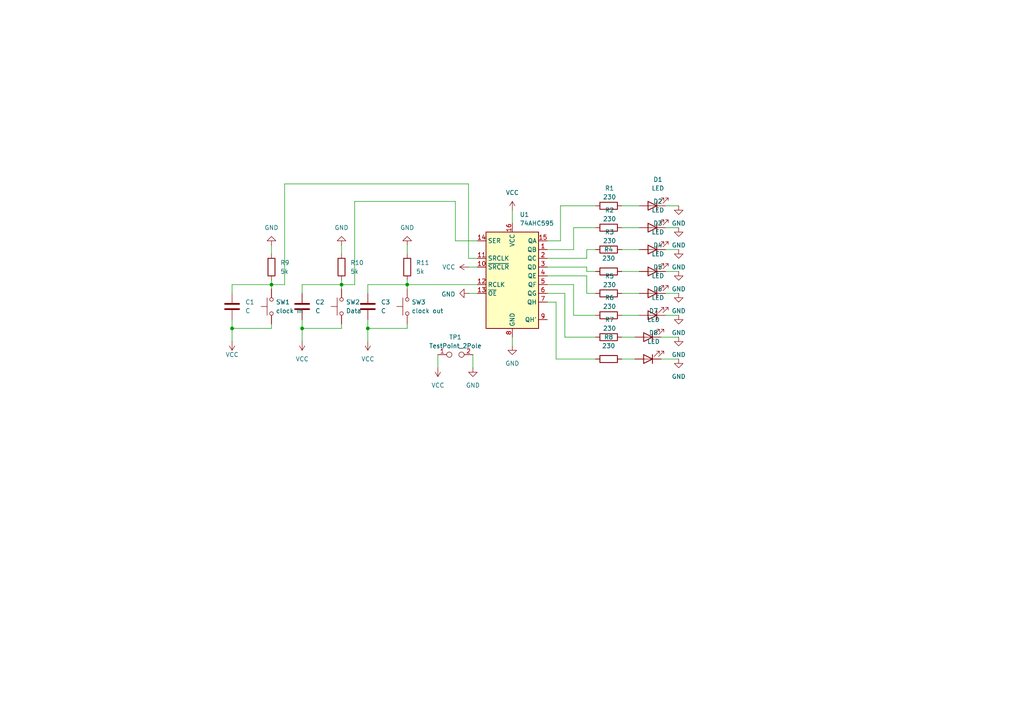
<source format=kicad_sch>
(kicad_sch
	(version 20250114)
	(generator "eeschema")
	(generator_version "9.0")
	(uuid "56f9d5e1-70f9-4ff0-9c9a-7caf5bfd2449")
	(paper "A4")
	(lib_symbols
		(symbol "74xx:74AHC595"
			(exclude_from_sim no)
			(in_bom yes)
			(on_board yes)
			(property "Reference" "U"
				(at -7.62 13.97 0)
				(effects
					(font
						(size 1.27 1.27)
					)
				)
			)
			(property "Value" "74AHC595"
				(at -7.62 -16.51 0)
				(effects
					(font
						(size 1.27 1.27)
					)
				)
			)
			(property "Footprint" ""
				(at 0 0 0)
				(effects
					(font
						(size 1.27 1.27)
					)
					(hide yes)
				)
			)
			(property "Datasheet" "https://assets.nexperia.com/documents/data-sheet/74AHC_AHCT595.pdf"
				(at 0 0 0)
				(effects
					(font
						(size 1.27 1.27)
					)
					(hide yes)
				)
			)
			(property "Description" "8-bit serial in/out Shift Register 3-State Outputs"
				(at 0 0 0)
				(effects
					(font
						(size 1.27 1.27)
					)
					(hide yes)
				)
			)
			(property "ki_keywords" "AHCMOS SR 3State"
				(at 0 0 0)
				(effects
					(font
						(size 1.27 1.27)
					)
					(hide yes)
				)
			)
			(property "ki_fp_filters" "DIP*W7.62mm* SOIC*3.9x9.9mm*P1.27mm* TSSOP*4.4x5mm*P0.65mm* SOIC*5.3x10.2mm*P1.27mm* SOIC*7.5x10.3mm*P1.27mm*"
				(at 0 0 0)
				(effects
					(font
						(size 1.27 1.27)
					)
					(hide yes)
				)
			)
			(symbol "74AHC595_1_0"
				(pin input line
					(at -10.16 10.16 0)
					(length 2.54)
					(name "SER"
						(effects
							(font
								(size 1.27 1.27)
							)
						)
					)
					(number "14"
						(effects
							(font
								(size 1.27 1.27)
							)
						)
					)
				)
				(pin input line
					(at -10.16 5.08 0)
					(length 2.54)
					(name "SRCLK"
						(effects
							(font
								(size 1.27 1.27)
							)
						)
					)
					(number "11"
						(effects
							(font
								(size 1.27 1.27)
							)
						)
					)
				)
				(pin input line
					(at -10.16 2.54 0)
					(length 2.54)
					(name "~{SRCLR}"
						(effects
							(font
								(size 1.27 1.27)
							)
						)
					)
					(number "10"
						(effects
							(font
								(size 1.27 1.27)
							)
						)
					)
				)
				(pin input line
					(at -10.16 -2.54 0)
					(length 2.54)
					(name "RCLK"
						(effects
							(font
								(size 1.27 1.27)
							)
						)
					)
					(number "12"
						(effects
							(font
								(size 1.27 1.27)
							)
						)
					)
				)
				(pin input line
					(at -10.16 -5.08 0)
					(length 2.54)
					(name "~{OE}"
						(effects
							(font
								(size 1.27 1.27)
							)
						)
					)
					(number "13"
						(effects
							(font
								(size 1.27 1.27)
							)
						)
					)
				)
				(pin power_in line
					(at 0 15.24 270)
					(length 2.54)
					(name "VCC"
						(effects
							(font
								(size 1.27 1.27)
							)
						)
					)
					(number "16"
						(effects
							(font
								(size 1.27 1.27)
							)
						)
					)
				)
				(pin power_in line
					(at 0 -17.78 90)
					(length 2.54)
					(name "GND"
						(effects
							(font
								(size 1.27 1.27)
							)
						)
					)
					(number "8"
						(effects
							(font
								(size 1.27 1.27)
							)
						)
					)
				)
				(pin tri_state line
					(at 10.16 10.16 180)
					(length 2.54)
					(name "QA"
						(effects
							(font
								(size 1.27 1.27)
							)
						)
					)
					(number "15"
						(effects
							(font
								(size 1.27 1.27)
							)
						)
					)
				)
				(pin tri_state line
					(at 10.16 7.62 180)
					(length 2.54)
					(name "QB"
						(effects
							(font
								(size 1.27 1.27)
							)
						)
					)
					(number "1"
						(effects
							(font
								(size 1.27 1.27)
							)
						)
					)
				)
				(pin tri_state line
					(at 10.16 5.08 180)
					(length 2.54)
					(name "QC"
						(effects
							(font
								(size 1.27 1.27)
							)
						)
					)
					(number "2"
						(effects
							(font
								(size 1.27 1.27)
							)
						)
					)
				)
				(pin tri_state line
					(at 10.16 2.54 180)
					(length 2.54)
					(name "QD"
						(effects
							(font
								(size 1.27 1.27)
							)
						)
					)
					(number "3"
						(effects
							(font
								(size 1.27 1.27)
							)
						)
					)
				)
				(pin tri_state line
					(at 10.16 0 180)
					(length 2.54)
					(name "QE"
						(effects
							(font
								(size 1.27 1.27)
							)
						)
					)
					(number "4"
						(effects
							(font
								(size 1.27 1.27)
							)
						)
					)
				)
				(pin tri_state line
					(at 10.16 -2.54 180)
					(length 2.54)
					(name "QF"
						(effects
							(font
								(size 1.27 1.27)
							)
						)
					)
					(number "5"
						(effects
							(font
								(size 1.27 1.27)
							)
						)
					)
				)
				(pin tri_state line
					(at 10.16 -5.08 180)
					(length 2.54)
					(name "QG"
						(effects
							(font
								(size 1.27 1.27)
							)
						)
					)
					(number "6"
						(effects
							(font
								(size 1.27 1.27)
							)
						)
					)
				)
				(pin tri_state line
					(at 10.16 -7.62 180)
					(length 2.54)
					(name "QH"
						(effects
							(font
								(size 1.27 1.27)
							)
						)
					)
					(number "7"
						(effects
							(font
								(size 1.27 1.27)
							)
						)
					)
				)
				(pin output line
					(at 10.16 -12.7 180)
					(length 2.54)
					(name "QH'"
						(effects
							(font
								(size 1.27 1.27)
							)
						)
					)
					(number "9"
						(effects
							(font
								(size 1.27 1.27)
							)
						)
					)
				)
			)
			(symbol "74AHC595_1_1"
				(rectangle
					(start -7.62 12.7)
					(end 7.62 -15.24)
					(stroke
						(width 0.254)
						(type default)
					)
					(fill
						(type background)
					)
				)
			)
			(embedded_fonts no)
		)
		(symbol "Connector:TestPoint_2Pole"
			(pin_names
				(offset 0.762)
				(hide yes)
			)
			(exclude_from_sim no)
			(in_bom yes)
			(on_board yes)
			(property "Reference" "TP"
				(at 0 1.524 0)
				(effects
					(font
						(size 1.27 1.27)
					)
				)
			)
			(property "Value" "TestPoint_2Pole"
				(at 0 -1.778 0)
				(effects
					(font
						(size 1.27 1.27)
					)
				)
			)
			(property "Footprint" ""
				(at 0 0 0)
				(effects
					(font
						(size 1.27 1.27)
					)
					(hide yes)
				)
			)
			(property "Datasheet" "~"
				(at 0 0 0)
				(effects
					(font
						(size 1.27 1.27)
					)
					(hide yes)
				)
			)
			(property "Description" "2-polar test point"
				(at 0 0 0)
				(effects
					(font
						(size 1.27 1.27)
					)
					(hide yes)
				)
			)
			(property "ki_keywords" "point tp"
				(at 0 0 0)
				(effects
					(font
						(size 1.27 1.27)
					)
					(hide yes)
				)
			)
			(property "ki_fp_filters" "Pin* Test*"
				(at 0 0 0)
				(effects
					(font
						(size 1.27 1.27)
					)
					(hide yes)
				)
			)
			(symbol "TestPoint_2Pole_0_1"
				(circle
					(center -1.778 0)
					(radius 0.762)
					(stroke
						(width 0)
						(type default)
					)
					(fill
						(type none)
					)
				)
				(circle
					(center 1.778 0)
					(radius 0.762)
					(stroke
						(width 0)
						(type default)
					)
					(fill
						(type none)
					)
				)
				(pin passive line
					(at -5.08 0 0)
					(length 2.54)
					(name "1"
						(effects
							(font
								(size 1.27 1.27)
							)
						)
					)
					(number "1"
						(effects
							(font
								(size 1.27 1.27)
							)
						)
					)
				)
				(pin passive line
					(at 5.08 0 180)
					(length 2.54)
					(name "2"
						(effects
							(font
								(size 1.27 1.27)
							)
						)
					)
					(number "2"
						(effects
							(font
								(size 1.27 1.27)
							)
						)
					)
				)
			)
			(embedded_fonts no)
		)
		(symbol "Device:C"
			(pin_numbers
				(hide yes)
			)
			(pin_names
				(offset 0.254)
			)
			(exclude_from_sim no)
			(in_bom yes)
			(on_board yes)
			(property "Reference" "C"
				(at 0.635 2.54 0)
				(effects
					(font
						(size 1.27 1.27)
					)
					(justify left)
				)
			)
			(property "Value" "C"
				(at 0.635 -2.54 0)
				(effects
					(font
						(size 1.27 1.27)
					)
					(justify left)
				)
			)
			(property "Footprint" ""
				(at 0.9652 -3.81 0)
				(effects
					(font
						(size 1.27 1.27)
					)
					(hide yes)
				)
			)
			(property "Datasheet" "~"
				(at 0 0 0)
				(effects
					(font
						(size 1.27 1.27)
					)
					(hide yes)
				)
			)
			(property "Description" "Unpolarized capacitor"
				(at 0 0 0)
				(effects
					(font
						(size 1.27 1.27)
					)
					(hide yes)
				)
			)
			(property "ki_keywords" "cap capacitor"
				(at 0 0 0)
				(effects
					(font
						(size 1.27 1.27)
					)
					(hide yes)
				)
			)
			(property "ki_fp_filters" "C_*"
				(at 0 0 0)
				(effects
					(font
						(size 1.27 1.27)
					)
					(hide yes)
				)
			)
			(symbol "C_0_1"
				(polyline
					(pts
						(xy -2.032 0.762) (xy 2.032 0.762)
					)
					(stroke
						(width 0.508)
						(type default)
					)
					(fill
						(type none)
					)
				)
				(polyline
					(pts
						(xy -2.032 -0.762) (xy 2.032 -0.762)
					)
					(stroke
						(width 0.508)
						(type default)
					)
					(fill
						(type none)
					)
				)
			)
			(symbol "C_1_1"
				(pin passive line
					(at 0 3.81 270)
					(length 2.794)
					(name "~"
						(effects
							(font
								(size 1.27 1.27)
							)
						)
					)
					(number "1"
						(effects
							(font
								(size 1.27 1.27)
							)
						)
					)
				)
				(pin passive line
					(at 0 -3.81 90)
					(length 2.794)
					(name "~"
						(effects
							(font
								(size 1.27 1.27)
							)
						)
					)
					(number "2"
						(effects
							(font
								(size 1.27 1.27)
							)
						)
					)
				)
			)
			(embedded_fonts no)
		)
		(symbol "Device:LED"
			(pin_numbers
				(hide yes)
			)
			(pin_names
				(offset 1.016)
				(hide yes)
			)
			(exclude_from_sim no)
			(in_bom yes)
			(on_board yes)
			(property "Reference" "D"
				(at 0 2.54 0)
				(effects
					(font
						(size 1.27 1.27)
					)
				)
			)
			(property "Value" "LED"
				(at 0 -2.54 0)
				(effects
					(font
						(size 1.27 1.27)
					)
				)
			)
			(property "Footprint" ""
				(at 0 0 0)
				(effects
					(font
						(size 1.27 1.27)
					)
					(hide yes)
				)
			)
			(property "Datasheet" "~"
				(at 0 0 0)
				(effects
					(font
						(size 1.27 1.27)
					)
					(hide yes)
				)
			)
			(property "Description" "Light emitting diode"
				(at 0 0 0)
				(effects
					(font
						(size 1.27 1.27)
					)
					(hide yes)
				)
			)
			(property "Sim.Pins" "1=K 2=A"
				(at 0 0 0)
				(effects
					(font
						(size 1.27 1.27)
					)
					(hide yes)
				)
			)
			(property "ki_keywords" "LED diode"
				(at 0 0 0)
				(effects
					(font
						(size 1.27 1.27)
					)
					(hide yes)
				)
			)
			(property "ki_fp_filters" "LED* LED_SMD:* LED_THT:*"
				(at 0 0 0)
				(effects
					(font
						(size 1.27 1.27)
					)
					(hide yes)
				)
			)
			(symbol "LED_0_1"
				(polyline
					(pts
						(xy -3.048 -0.762) (xy -4.572 -2.286) (xy -3.81 -2.286) (xy -4.572 -2.286) (xy -4.572 -1.524)
					)
					(stroke
						(width 0)
						(type default)
					)
					(fill
						(type none)
					)
				)
				(polyline
					(pts
						(xy -1.778 -0.762) (xy -3.302 -2.286) (xy -2.54 -2.286) (xy -3.302 -2.286) (xy -3.302 -1.524)
					)
					(stroke
						(width 0)
						(type default)
					)
					(fill
						(type none)
					)
				)
				(polyline
					(pts
						(xy -1.27 0) (xy 1.27 0)
					)
					(stroke
						(width 0)
						(type default)
					)
					(fill
						(type none)
					)
				)
				(polyline
					(pts
						(xy -1.27 -1.27) (xy -1.27 1.27)
					)
					(stroke
						(width 0.254)
						(type default)
					)
					(fill
						(type none)
					)
				)
				(polyline
					(pts
						(xy 1.27 -1.27) (xy 1.27 1.27) (xy -1.27 0) (xy 1.27 -1.27)
					)
					(stroke
						(width 0.254)
						(type default)
					)
					(fill
						(type none)
					)
				)
			)
			(symbol "LED_1_1"
				(pin passive line
					(at -3.81 0 0)
					(length 2.54)
					(name "K"
						(effects
							(font
								(size 1.27 1.27)
							)
						)
					)
					(number "1"
						(effects
							(font
								(size 1.27 1.27)
							)
						)
					)
				)
				(pin passive line
					(at 3.81 0 180)
					(length 2.54)
					(name "A"
						(effects
							(font
								(size 1.27 1.27)
							)
						)
					)
					(number "2"
						(effects
							(font
								(size 1.27 1.27)
							)
						)
					)
				)
			)
			(embedded_fonts no)
		)
		(symbol "Device:R"
			(pin_numbers
				(hide yes)
			)
			(pin_names
				(offset 0)
			)
			(exclude_from_sim no)
			(in_bom yes)
			(on_board yes)
			(property "Reference" "R"
				(at 2.032 0 90)
				(effects
					(font
						(size 1.27 1.27)
					)
				)
			)
			(property "Value" "R"
				(at 0 0 90)
				(effects
					(font
						(size 1.27 1.27)
					)
				)
			)
			(property "Footprint" ""
				(at -1.778 0 90)
				(effects
					(font
						(size 1.27 1.27)
					)
					(hide yes)
				)
			)
			(property "Datasheet" "~"
				(at 0 0 0)
				(effects
					(font
						(size 1.27 1.27)
					)
					(hide yes)
				)
			)
			(property "Description" "Resistor"
				(at 0 0 0)
				(effects
					(font
						(size 1.27 1.27)
					)
					(hide yes)
				)
			)
			(property "ki_keywords" "R res resistor"
				(at 0 0 0)
				(effects
					(font
						(size 1.27 1.27)
					)
					(hide yes)
				)
			)
			(property "ki_fp_filters" "R_*"
				(at 0 0 0)
				(effects
					(font
						(size 1.27 1.27)
					)
					(hide yes)
				)
			)
			(symbol "R_0_1"
				(rectangle
					(start -1.016 -2.54)
					(end 1.016 2.54)
					(stroke
						(width 0.254)
						(type default)
					)
					(fill
						(type none)
					)
				)
			)
			(symbol "R_1_1"
				(pin passive line
					(at 0 3.81 270)
					(length 1.27)
					(name "~"
						(effects
							(font
								(size 1.27 1.27)
							)
						)
					)
					(number "1"
						(effects
							(font
								(size 1.27 1.27)
							)
						)
					)
				)
				(pin passive line
					(at 0 -3.81 90)
					(length 1.27)
					(name "~"
						(effects
							(font
								(size 1.27 1.27)
							)
						)
					)
					(number "2"
						(effects
							(font
								(size 1.27 1.27)
							)
						)
					)
				)
			)
			(embedded_fonts no)
		)
		(symbol "Switch:SW_Push"
			(pin_numbers
				(hide yes)
			)
			(pin_names
				(offset 1.016)
				(hide yes)
			)
			(exclude_from_sim no)
			(in_bom yes)
			(on_board yes)
			(property "Reference" "SW"
				(at 1.27 2.54 0)
				(effects
					(font
						(size 1.27 1.27)
					)
					(justify left)
				)
			)
			(property "Value" "SW_Push"
				(at 0 -1.524 0)
				(effects
					(font
						(size 1.27 1.27)
					)
				)
			)
			(property "Footprint" ""
				(at 0 5.08 0)
				(effects
					(font
						(size 1.27 1.27)
					)
					(hide yes)
				)
			)
			(property "Datasheet" "~"
				(at 0 5.08 0)
				(effects
					(font
						(size 1.27 1.27)
					)
					(hide yes)
				)
			)
			(property "Description" "Push button switch, generic, two pins"
				(at 0 0 0)
				(effects
					(font
						(size 1.27 1.27)
					)
					(hide yes)
				)
			)
			(property "ki_keywords" "switch normally-open pushbutton push-button"
				(at 0 0 0)
				(effects
					(font
						(size 1.27 1.27)
					)
					(hide yes)
				)
			)
			(symbol "SW_Push_0_1"
				(circle
					(center -2.032 0)
					(radius 0.508)
					(stroke
						(width 0)
						(type default)
					)
					(fill
						(type none)
					)
				)
				(polyline
					(pts
						(xy 0 1.27) (xy 0 3.048)
					)
					(stroke
						(width 0)
						(type default)
					)
					(fill
						(type none)
					)
				)
				(circle
					(center 2.032 0)
					(radius 0.508)
					(stroke
						(width 0)
						(type default)
					)
					(fill
						(type none)
					)
				)
				(polyline
					(pts
						(xy 2.54 1.27) (xy -2.54 1.27)
					)
					(stroke
						(width 0)
						(type default)
					)
					(fill
						(type none)
					)
				)
				(pin passive line
					(at -5.08 0 0)
					(length 2.54)
					(name "1"
						(effects
							(font
								(size 1.27 1.27)
							)
						)
					)
					(number "1"
						(effects
							(font
								(size 1.27 1.27)
							)
						)
					)
				)
				(pin passive line
					(at 5.08 0 180)
					(length 2.54)
					(name "2"
						(effects
							(font
								(size 1.27 1.27)
							)
						)
					)
					(number "2"
						(effects
							(font
								(size 1.27 1.27)
							)
						)
					)
				)
			)
			(embedded_fonts no)
		)
		(symbol "power:GND"
			(power)
			(pin_numbers
				(hide yes)
			)
			(pin_names
				(offset 0)
				(hide yes)
			)
			(exclude_from_sim no)
			(in_bom yes)
			(on_board yes)
			(property "Reference" "#PWR"
				(at 0 -6.35 0)
				(effects
					(font
						(size 1.27 1.27)
					)
					(hide yes)
				)
			)
			(property "Value" "GND"
				(at 0 -3.81 0)
				(effects
					(font
						(size 1.27 1.27)
					)
				)
			)
			(property "Footprint" ""
				(at 0 0 0)
				(effects
					(font
						(size 1.27 1.27)
					)
					(hide yes)
				)
			)
			(property "Datasheet" ""
				(at 0 0 0)
				(effects
					(font
						(size 1.27 1.27)
					)
					(hide yes)
				)
			)
			(property "Description" "Power symbol creates a global label with name \"GND\" , ground"
				(at 0 0 0)
				(effects
					(font
						(size 1.27 1.27)
					)
					(hide yes)
				)
			)
			(property "ki_keywords" "global power"
				(at 0 0 0)
				(effects
					(font
						(size 1.27 1.27)
					)
					(hide yes)
				)
			)
			(symbol "GND_0_1"
				(polyline
					(pts
						(xy 0 0) (xy 0 -1.27) (xy 1.27 -1.27) (xy 0 -2.54) (xy -1.27 -1.27) (xy 0 -1.27)
					)
					(stroke
						(width 0)
						(type default)
					)
					(fill
						(type none)
					)
				)
			)
			(symbol "GND_1_1"
				(pin power_in line
					(at 0 0 270)
					(length 0)
					(name "~"
						(effects
							(font
								(size 1.27 1.27)
							)
						)
					)
					(number "1"
						(effects
							(font
								(size 1.27 1.27)
							)
						)
					)
				)
			)
			(embedded_fonts no)
		)
		(symbol "power:VCC"
			(power)
			(pin_numbers
				(hide yes)
			)
			(pin_names
				(offset 0)
				(hide yes)
			)
			(exclude_from_sim no)
			(in_bom yes)
			(on_board yes)
			(property "Reference" "#PWR"
				(at 0 -3.81 0)
				(effects
					(font
						(size 1.27 1.27)
					)
					(hide yes)
				)
			)
			(property "Value" "VCC"
				(at 0 3.556 0)
				(effects
					(font
						(size 1.27 1.27)
					)
				)
			)
			(property "Footprint" ""
				(at 0 0 0)
				(effects
					(font
						(size 1.27 1.27)
					)
					(hide yes)
				)
			)
			(property "Datasheet" ""
				(at 0 0 0)
				(effects
					(font
						(size 1.27 1.27)
					)
					(hide yes)
				)
			)
			(property "Description" "Power symbol creates a global label with name \"VCC\""
				(at 0 0 0)
				(effects
					(font
						(size 1.27 1.27)
					)
					(hide yes)
				)
			)
			(property "ki_keywords" "global power"
				(at 0 0 0)
				(effects
					(font
						(size 1.27 1.27)
					)
					(hide yes)
				)
			)
			(symbol "VCC_0_1"
				(polyline
					(pts
						(xy -0.762 1.27) (xy 0 2.54)
					)
					(stroke
						(width 0)
						(type default)
					)
					(fill
						(type none)
					)
				)
				(polyline
					(pts
						(xy 0 2.54) (xy 0.762 1.27)
					)
					(stroke
						(width 0)
						(type default)
					)
					(fill
						(type none)
					)
				)
				(polyline
					(pts
						(xy 0 0) (xy 0 2.54)
					)
					(stroke
						(width 0)
						(type default)
					)
					(fill
						(type none)
					)
				)
			)
			(symbol "VCC_1_1"
				(pin power_in line
					(at 0 0 90)
					(length 0)
					(name "~"
						(effects
							(font
								(size 1.27 1.27)
							)
						)
					)
					(number "1"
						(effects
							(font
								(size 1.27 1.27)
							)
						)
					)
				)
			)
			(embedded_fonts no)
		)
	)
	(junction
		(at 99.06 82.55)
		(diameter 0)
		(color 0 0 0 0)
		(uuid "0415aecd-7d16-4c1a-ae3e-2043c5f97242")
	)
	(junction
		(at 87.63 95.25)
		(diameter 0)
		(color 0 0 0 0)
		(uuid "42119cd1-f8c4-4a43-9ce0-fecc188b8330")
	)
	(junction
		(at 67.31 95.25)
		(diameter 0)
		(color 0 0 0 0)
		(uuid "46464c79-68d9-444a-a226-8ac2c23a9148")
	)
	(junction
		(at 118.11 82.55)
		(diameter 0)
		(color 0 0 0 0)
		(uuid "56dec6e6-60e2-4f65-92fd-d2b6f4a54e0f")
	)
	(junction
		(at 106.68 95.25)
		(diameter 0)
		(color 0 0 0 0)
		(uuid "8bc1b0fc-c292-43ae-992c-22090c012e04")
	)
	(junction
		(at 78.74 82.55)
		(diameter 0)
		(color 0 0 0 0)
		(uuid "c662ef22-9273-4f04-8481-ad2847167b55")
	)
	(wire
		(pts
			(xy 118.11 82.55) (xy 138.43 82.55)
		)
		(stroke
			(width 0)
			(type default)
		)
		(uuid "0ccd7b08-3919-48eb-bfef-9ed7db6ce1bc")
	)
	(wire
		(pts
			(xy 158.75 80.01) (xy 170.18 80.01)
		)
		(stroke
			(width 0)
			(type default)
		)
		(uuid "0f616b59-8812-4bfb-a037-c7c9af3d9ce7")
	)
	(wire
		(pts
			(xy 148.59 60.96) (xy 148.59 64.77)
		)
		(stroke
			(width 0)
			(type default)
		)
		(uuid "11b4fa50-9e3c-4994-afc7-08607c843ab8")
	)
	(wire
		(pts
			(xy 106.68 82.55) (xy 118.11 82.55)
		)
		(stroke
			(width 0)
			(type default)
		)
		(uuid "155a9023-38bb-4510-8f69-75d3e65cb9a0")
	)
	(wire
		(pts
			(xy 87.63 95.25) (xy 87.63 99.06)
		)
		(stroke
			(width 0)
			(type default)
		)
		(uuid "1728b9ff-9400-47ac-91d3-8dda161c59c3")
	)
	(wire
		(pts
			(xy 87.63 82.55) (xy 99.06 82.55)
		)
		(stroke
			(width 0)
			(type default)
		)
		(uuid "188598f2-0d62-4c80-b97a-ce1aa7d9707f")
	)
	(wire
		(pts
			(xy 158.75 77.47) (xy 170.18 77.47)
		)
		(stroke
			(width 0)
			(type default)
		)
		(uuid "1cf15c94-7bfd-484d-8d42-3de26ef90077")
	)
	(wire
		(pts
			(xy 162.56 59.69) (xy 172.72 59.69)
		)
		(stroke
			(width 0)
			(type default)
		)
		(uuid "1ea125a4-6d0d-4960-b108-31ffef922803")
	)
	(wire
		(pts
			(xy 67.31 82.55) (xy 78.74 82.55)
		)
		(stroke
			(width 0)
			(type default)
		)
		(uuid "1f3feb58-05ef-4c2c-bda0-7254ebf481de")
	)
	(wire
		(pts
			(xy 158.75 74.93) (xy 170.18 74.93)
		)
		(stroke
			(width 0)
			(type default)
		)
		(uuid "2260589a-8859-4526-994d-73274a921084")
	)
	(wire
		(pts
			(xy 135.89 53.34) (xy 82.55 53.34)
		)
		(stroke
			(width 0)
			(type default)
		)
		(uuid "2412944b-2992-4fbd-a957-b69e276f6d13")
	)
	(wire
		(pts
			(xy 193.04 72.39) (xy 196.85 72.39)
		)
		(stroke
			(width 0)
			(type default)
		)
		(uuid "2689feb3-05ed-4f94-9f7c-4973159d51e7")
	)
	(wire
		(pts
			(xy 180.34 66.04) (xy 185.42 66.04)
		)
		(stroke
			(width 0)
			(type default)
		)
		(uuid "26aaa9a6-fd6d-441d-ac8a-102f5b8f5f89")
	)
	(wire
		(pts
			(xy 78.74 81.28) (xy 78.74 82.55)
		)
		(stroke
			(width 0)
			(type default)
		)
		(uuid "287b230d-8636-4e0a-a432-26d8306d9c60")
	)
	(wire
		(pts
			(xy 170.18 77.47) (xy 170.18 78.74)
		)
		(stroke
			(width 0)
			(type default)
		)
		(uuid "28a57053-5c07-4c49-aedd-afea23422072")
	)
	(wire
		(pts
			(xy 132.08 58.42) (xy 102.87 58.42)
		)
		(stroke
			(width 0)
			(type default)
		)
		(uuid "2a157bad-fd48-487d-a439-88d39988cdab")
	)
	(wire
		(pts
			(xy 158.75 85.09) (xy 163.83 85.09)
		)
		(stroke
			(width 0)
			(type default)
		)
		(uuid "2c8a3604-24a7-40f6-8a84-6c3d0f9d1eab")
	)
	(wire
		(pts
			(xy 191.77 97.79) (xy 196.85 97.79)
		)
		(stroke
			(width 0)
			(type default)
		)
		(uuid "32097de8-d0f4-4fbf-9c29-3d7b29014e67")
	)
	(wire
		(pts
			(xy 180.34 85.09) (xy 185.42 85.09)
		)
		(stroke
			(width 0)
			(type default)
		)
		(uuid "37924e4b-9905-44f7-a6b0-88ebac6c8a23")
	)
	(wire
		(pts
			(xy 170.18 74.93) (xy 170.18 72.39)
		)
		(stroke
			(width 0)
			(type default)
		)
		(uuid "40bfd3da-28f8-4701-8288-df9e93758ff0")
	)
	(wire
		(pts
			(xy 102.87 58.42) (xy 102.87 82.55)
		)
		(stroke
			(width 0)
			(type default)
		)
		(uuid "42c8cae5-08c0-4c19-a8aa-0ff1455bb9f5")
	)
	(wire
		(pts
			(xy 135.89 77.47) (xy 138.43 77.47)
		)
		(stroke
			(width 0)
			(type default)
		)
		(uuid "4b32d2da-58b2-4af1-8e28-9157b0d41026")
	)
	(wire
		(pts
			(xy 118.11 93.98) (xy 118.11 95.25)
		)
		(stroke
			(width 0)
			(type default)
		)
		(uuid "4de93177-c8b4-4e4b-8052-52e2bb9fe997")
	)
	(wire
		(pts
			(xy 158.75 72.39) (xy 166.37 72.39)
		)
		(stroke
			(width 0)
			(type default)
		)
		(uuid "5011a881-80e6-437b-b39e-2448662ef2f2")
	)
	(wire
		(pts
			(xy 180.34 72.39) (xy 185.42 72.39)
		)
		(stroke
			(width 0)
			(type default)
		)
		(uuid "515532f0-17ce-46d8-b21b-fc42cd72c73d")
	)
	(wire
		(pts
			(xy 180.34 91.44) (xy 185.42 91.44)
		)
		(stroke
			(width 0)
			(type default)
		)
		(uuid "52cba5ce-c768-4565-ad15-44acfec89315")
	)
	(wire
		(pts
			(xy 193.04 78.74) (xy 196.85 78.74)
		)
		(stroke
			(width 0)
			(type default)
		)
		(uuid "5430a0fd-fa0c-4ca5-bcda-d20f127b9011")
	)
	(wire
		(pts
			(xy 163.83 97.79) (xy 172.72 97.79)
		)
		(stroke
			(width 0)
			(type default)
		)
		(uuid "57e9c602-7d4b-408a-8cca-09290f659d26")
	)
	(wire
		(pts
			(xy 99.06 82.55) (xy 99.06 83.82)
		)
		(stroke
			(width 0)
			(type default)
		)
		(uuid "588209cf-7ad5-4b7f-884c-2d18fee5e5f5")
	)
	(wire
		(pts
			(xy 166.37 66.04) (xy 172.72 66.04)
		)
		(stroke
			(width 0)
			(type default)
		)
		(uuid "588d4e37-2331-4633-a2c3-c30dfb63dc3e")
	)
	(wire
		(pts
			(xy 170.18 78.74) (xy 172.72 78.74)
		)
		(stroke
			(width 0)
			(type default)
		)
		(uuid "58b45ec8-ff8d-4574-ad41-8615ed76b5eb")
	)
	(wire
		(pts
			(xy 99.06 81.28) (xy 99.06 82.55)
		)
		(stroke
			(width 0)
			(type default)
		)
		(uuid "598e4309-6502-40e1-983a-b8aa0ec061ae")
	)
	(wire
		(pts
			(xy 163.83 85.09) (xy 163.83 97.79)
		)
		(stroke
			(width 0)
			(type default)
		)
		(uuid "61fa4971-b37a-449e-ba47-d883f093a322")
	)
	(wire
		(pts
			(xy 180.34 104.14) (xy 184.15 104.14)
		)
		(stroke
			(width 0)
			(type default)
		)
		(uuid "65292396-6616-4989-ac66-b766d03018bb")
	)
	(wire
		(pts
			(xy 148.59 97.79) (xy 148.59 100.33)
		)
		(stroke
			(width 0)
			(type default)
		)
		(uuid "6b216575-1fcc-4146-95c6-26befd8b55a2")
	)
	(wire
		(pts
			(xy 162.56 69.85) (xy 162.56 59.69)
		)
		(stroke
			(width 0)
			(type default)
		)
		(uuid "6c6afaf5-2f8e-44e1-8ba1-1f0a70c5f76c")
	)
	(wire
		(pts
			(xy 193.04 85.09) (xy 196.85 85.09)
		)
		(stroke
			(width 0)
			(type default)
		)
		(uuid "6e9c1c42-2e62-4720-a77b-d21d25b56dfa")
	)
	(wire
		(pts
			(xy 135.89 85.09) (xy 138.43 85.09)
		)
		(stroke
			(width 0)
			(type default)
		)
		(uuid "707e05df-ebca-4a13-aeb5-81ec34b404d3")
	)
	(wire
		(pts
			(xy 166.37 82.55) (xy 166.37 91.44)
		)
		(stroke
			(width 0)
			(type default)
		)
		(uuid "7541eb2c-728c-4c2e-9f77-5795873b4336")
	)
	(wire
		(pts
			(xy 78.74 71.12) (xy 78.74 73.66)
		)
		(stroke
			(width 0)
			(type default)
		)
		(uuid "75afcf38-2a7c-4934-9b09-fc5aab45529f")
	)
	(wire
		(pts
			(xy 193.04 59.69) (xy 196.85 59.69)
		)
		(stroke
			(width 0)
			(type default)
		)
		(uuid "822c4a4a-f946-452d-9069-b08a50d6f9c5")
	)
	(wire
		(pts
			(xy 102.87 82.55) (xy 99.06 82.55)
		)
		(stroke
			(width 0)
			(type default)
		)
		(uuid "841b2365-3b17-491a-82ba-ff065e680d3e")
	)
	(wire
		(pts
			(xy 67.31 85.09) (xy 67.31 82.55)
		)
		(stroke
			(width 0)
			(type default)
		)
		(uuid "84c911bd-7780-429a-94e5-fedd528ebecf")
	)
	(wire
		(pts
			(xy 118.11 71.12) (xy 118.11 73.66)
		)
		(stroke
			(width 0)
			(type default)
		)
		(uuid "877b9ef8-eaed-4c9b-a5b7-01531688862a")
	)
	(wire
		(pts
			(xy 82.55 53.34) (xy 82.55 82.55)
		)
		(stroke
			(width 0)
			(type default)
		)
		(uuid "88b174af-0d74-42e1-a100-1790d1ee01e6")
	)
	(wire
		(pts
			(xy 191.77 104.14) (xy 196.85 104.14)
		)
		(stroke
			(width 0)
			(type default)
		)
		(uuid "89e4f0de-964f-4964-9ba2-0596cbe31521")
	)
	(wire
		(pts
			(xy 106.68 82.55) (xy 106.68 85.09)
		)
		(stroke
			(width 0)
			(type default)
		)
		(uuid "8c7b9ad5-4e79-4626-9c69-7ff54a146d96")
	)
	(wire
		(pts
			(xy 118.11 82.55) (xy 118.11 83.82)
		)
		(stroke
			(width 0)
			(type default)
		)
		(uuid "8f5d693a-11eb-4415-b3f5-19f22839b91f")
	)
	(wire
		(pts
			(xy 87.63 82.55) (xy 87.63 85.09)
		)
		(stroke
			(width 0)
			(type default)
		)
		(uuid "8faa0e1b-f64a-48f2-b02a-7fddeb2802a7")
	)
	(wire
		(pts
			(xy 170.18 72.39) (xy 172.72 72.39)
		)
		(stroke
			(width 0)
			(type default)
		)
		(uuid "932f8f57-3237-43e3-b8cc-64a511235650")
	)
	(wire
		(pts
			(xy 82.55 82.55) (xy 78.74 82.55)
		)
		(stroke
			(width 0)
			(type default)
		)
		(uuid "9635294d-fb49-4050-bd5b-45c33f7609d9")
	)
	(wire
		(pts
			(xy 170.18 80.01) (xy 170.18 85.09)
		)
		(stroke
			(width 0)
			(type default)
		)
		(uuid "98635613-6d4e-42c3-8b2e-81ec3b125219")
	)
	(wire
		(pts
			(xy 138.43 74.93) (xy 135.89 74.93)
		)
		(stroke
			(width 0)
			(type default)
		)
		(uuid "9a3dcb5f-1059-4025-88ed-f45f0a3774bc")
	)
	(wire
		(pts
			(xy 170.18 85.09) (xy 172.72 85.09)
		)
		(stroke
			(width 0)
			(type default)
		)
		(uuid "9afefb91-35f1-429d-8285-a5705cbd305f")
	)
	(wire
		(pts
			(xy 106.68 95.25) (xy 106.68 99.06)
		)
		(stroke
			(width 0)
			(type default)
		)
		(uuid "9bed4872-4a47-4586-bfa3-0477758fd044")
	)
	(wire
		(pts
			(xy 87.63 95.25) (xy 99.06 95.25)
		)
		(stroke
			(width 0)
			(type default)
		)
		(uuid "a0117818-a7e2-4265-bf8e-863453f4c03d")
	)
	(wire
		(pts
			(xy 180.34 97.79) (xy 184.15 97.79)
		)
		(stroke
			(width 0)
			(type default)
		)
		(uuid "af036481-127a-4192-a94d-8dae6d7fd5ad")
	)
	(wire
		(pts
			(xy 166.37 91.44) (xy 172.72 91.44)
		)
		(stroke
			(width 0)
			(type default)
		)
		(uuid "b002d175-78ec-4728-a1ce-1d910b4e2c42")
	)
	(wire
		(pts
			(xy 138.43 69.85) (xy 132.08 69.85)
		)
		(stroke
			(width 0)
			(type default)
		)
		(uuid "b388564e-aad6-43ac-b794-20117d60bda5")
	)
	(wire
		(pts
			(xy 193.04 66.04) (xy 196.85 66.04)
		)
		(stroke
			(width 0)
			(type default)
		)
		(uuid "b694f0c7-f061-4eb4-9376-148c33d9d278")
	)
	(wire
		(pts
			(xy 99.06 71.12) (xy 99.06 73.66)
		)
		(stroke
			(width 0)
			(type default)
		)
		(uuid "bb8b864d-86aa-4525-a6e4-1044ee32dab6")
	)
	(wire
		(pts
			(xy 132.08 69.85) (xy 132.08 58.42)
		)
		(stroke
			(width 0)
			(type default)
		)
		(uuid "bcd67612-1f72-4763-ab4e-34cbc1d6900e")
	)
	(wire
		(pts
			(xy 106.68 92.71) (xy 106.68 95.25)
		)
		(stroke
			(width 0)
			(type default)
		)
		(uuid "c6502ec3-2d6d-4b8b-ac31-3e8500b28a7d")
	)
	(wire
		(pts
			(xy 137.16 102.87) (xy 137.16 106.68)
		)
		(stroke
			(width 0)
			(type default)
		)
		(uuid "c7d03347-91ab-470e-aff1-7810cfe8ba7c")
	)
	(wire
		(pts
			(xy 180.34 59.69) (xy 185.42 59.69)
		)
		(stroke
			(width 0)
			(type default)
		)
		(uuid "cba2ff7a-8655-4daa-b274-8dd38e3d4107")
	)
	(wire
		(pts
			(xy 193.04 91.44) (xy 196.85 91.44)
		)
		(stroke
			(width 0)
			(type default)
		)
		(uuid "cf544591-93c8-4c76-bcd8-766eb9a9c192")
	)
	(wire
		(pts
			(xy 158.75 69.85) (xy 162.56 69.85)
		)
		(stroke
			(width 0)
			(type default)
		)
		(uuid "d341743f-0a87-45b5-8e5d-3cfaddfe200b")
	)
	(wire
		(pts
			(xy 99.06 93.98) (xy 99.06 95.25)
		)
		(stroke
			(width 0)
			(type default)
		)
		(uuid "d473557f-9b6b-47b8-8cee-23497e00404e")
	)
	(wire
		(pts
			(xy 106.68 95.25) (xy 118.11 95.25)
		)
		(stroke
			(width 0)
			(type default)
		)
		(uuid "d4adbb59-a4ea-43e2-884a-751c5c931815")
	)
	(wire
		(pts
			(xy 78.74 93.98) (xy 78.74 95.25)
		)
		(stroke
			(width 0)
			(type default)
		)
		(uuid "da2685fc-4acf-4fa7-adc1-a8a70335d13b")
	)
	(wire
		(pts
			(xy 67.31 95.25) (xy 67.31 99.06)
		)
		(stroke
			(width 0)
			(type default)
		)
		(uuid "db488f54-9c03-4afd-ab37-82e1572e9eaf")
	)
	(wire
		(pts
			(xy 135.89 74.93) (xy 135.89 53.34)
		)
		(stroke
			(width 0)
			(type default)
		)
		(uuid "dd455a65-d858-44dd-91a9-e9cc60d828b0")
	)
	(wire
		(pts
			(xy 158.75 87.63) (xy 161.29 87.63)
		)
		(stroke
			(width 0)
			(type default)
		)
		(uuid "dee2e938-82ab-4d50-ba0a-1168fba9bcbd")
	)
	(wire
		(pts
			(xy 161.29 104.14) (xy 172.72 104.14)
		)
		(stroke
			(width 0)
			(type default)
		)
		(uuid "e08ea033-c33d-40c2-8dfd-860626a58f1c")
	)
	(wire
		(pts
			(xy 161.29 87.63) (xy 161.29 104.14)
		)
		(stroke
			(width 0)
			(type default)
		)
		(uuid "e35611e6-d1c3-49e3-947a-b248a80ab0f8")
	)
	(wire
		(pts
			(xy 127 102.87) (xy 127 106.68)
		)
		(stroke
			(width 0)
			(type default)
		)
		(uuid "e5ceff5b-d0c5-4141-86f2-53808daf2569")
	)
	(wire
		(pts
			(xy 78.74 82.55) (xy 78.74 83.82)
		)
		(stroke
			(width 0)
			(type default)
		)
		(uuid "ea8703be-ae54-4210-8037-b9ab20d2e2c1")
	)
	(wire
		(pts
			(xy 158.75 82.55) (xy 166.37 82.55)
		)
		(stroke
			(width 0)
			(type default)
		)
		(uuid "eef2b7af-c56a-4230-ab72-9f4adace9912")
	)
	(wire
		(pts
			(xy 166.37 72.39) (xy 166.37 66.04)
		)
		(stroke
			(width 0)
			(type default)
		)
		(uuid "f36a27a8-f7b8-4694-ad18-16d8ed3aa4f9")
	)
	(wire
		(pts
			(xy 118.11 81.28) (xy 118.11 82.55)
		)
		(stroke
			(width 0)
			(type default)
		)
		(uuid "f46a2b78-8484-4402-8b3f-5d4180e24aba")
	)
	(wire
		(pts
			(xy 67.31 92.71) (xy 67.31 95.25)
		)
		(stroke
			(width 0)
			(type default)
		)
		(uuid "f69e8382-0db3-418e-9d15-871b5cf5b1ca")
	)
	(wire
		(pts
			(xy 87.63 92.71) (xy 87.63 95.25)
		)
		(stroke
			(width 0)
			(type default)
		)
		(uuid "f6b9a2c7-1d37-450a-bc8a-938133c0a6c8")
	)
	(wire
		(pts
			(xy 180.34 78.74) (xy 185.42 78.74)
		)
		(stroke
			(width 0)
			(type default)
		)
		(uuid "fabb2bf9-a793-46f8-a94c-a3b0fc0830c3")
	)
	(wire
		(pts
			(xy 67.31 95.25) (xy 78.74 95.25)
		)
		(stroke
			(width 0)
			(type default)
		)
		(uuid "fd8ce073-2ade-499d-87d7-f69fa2fee1c2")
	)
	(symbol
		(lib_id "power:GND")
		(at 196.85 59.69 0)
		(unit 1)
		(exclude_from_sim no)
		(in_bom yes)
		(on_board yes)
		(dnp no)
		(fields_autoplaced yes)
		(uuid "05a636c6-bc11-4072-938b-10aa041cb093")
		(property "Reference" "#PWR09"
			(at 196.85 66.04 0)
			(effects
				(font
					(size 1.27 1.27)
				)
				(hide yes)
			)
		)
		(property "Value" "GND"
			(at 196.85 64.77 0)
			(effects
				(font
					(size 1.27 1.27)
				)
			)
		)
		(property "Footprint" ""
			(at 196.85 59.69 0)
			(effects
				(font
					(size 1.27 1.27)
				)
				(hide yes)
			)
		)
		(property "Datasheet" ""
			(at 196.85 59.69 0)
			(effects
				(font
					(size 1.27 1.27)
				)
				(hide yes)
			)
		)
		(property "Description" "Power symbol creates a global label with name \"GND\" , ground"
			(at 196.85 59.69 0)
			(effects
				(font
					(size 1.27 1.27)
				)
				(hide yes)
			)
		)
		(pin "1"
			(uuid "d757059a-0d60-4078-b635-c50f916613bf")
		)
		(instances
			(project "Project 595,7 ,8 led"
				(path "/56f9d5e1-70f9-4ff0-9c9a-7caf5bfd2449"
					(reference "#PWR09")
					(unit 1)
				)
			)
		)
	)
	(symbol
		(lib_id "power:GND")
		(at 196.85 91.44 0)
		(unit 1)
		(exclude_from_sim no)
		(in_bom yes)
		(on_board yes)
		(dnp no)
		(fields_autoplaced yes)
		(uuid "0712b4ef-3508-4e3d-a342-41fc80cd00d4")
		(property "Reference" "#PWR04"
			(at 196.85 97.79 0)
			(effects
				(font
					(size 1.27 1.27)
				)
				(hide yes)
			)
		)
		(property "Value" "GND"
			(at 196.85 96.52 0)
			(effects
				(font
					(size 1.27 1.27)
				)
			)
		)
		(property "Footprint" ""
			(at 196.85 91.44 0)
			(effects
				(font
					(size 1.27 1.27)
				)
				(hide yes)
			)
		)
		(property "Datasheet" ""
			(at 196.85 91.44 0)
			(effects
				(font
					(size 1.27 1.27)
				)
				(hide yes)
			)
		)
		(property "Description" "Power symbol creates a global label with name \"GND\" , ground"
			(at 196.85 91.44 0)
			(effects
				(font
					(size 1.27 1.27)
				)
				(hide yes)
			)
		)
		(pin "1"
			(uuid "8beab44b-349d-4724-b71e-bc011a941e6c")
		)
		(instances
			(project "Project 595,7 ,8 led"
				(path "/56f9d5e1-70f9-4ff0-9c9a-7caf5bfd2449"
					(reference "#PWR04")
					(unit 1)
				)
			)
		)
	)
	(symbol
		(lib_id "power:GND")
		(at 148.59 100.33 0)
		(unit 1)
		(exclude_from_sim no)
		(in_bom yes)
		(on_board yes)
		(dnp no)
		(fields_autoplaced yes)
		(uuid "0a239754-7918-4b89-b62d-371102d197a9")
		(property "Reference" "#PWR016"
			(at 148.59 106.68 0)
			(effects
				(font
					(size 1.27 1.27)
				)
				(hide yes)
			)
		)
		(property "Value" "GND"
			(at 148.59 105.41 0)
			(effects
				(font
					(size 1.27 1.27)
				)
			)
		)
		(property "Footprint" ""
			(at 148.59 100.33 0)
			(effects
				(font
					(size 1.27 1.27)
				)
				(hide yes)
			)
		)
		(property "Datasheet" ""
			(at 148.59 100.33 0)
			(effects
				(font
					(size 1.27 1.27)
				)
				(hide yes)
			)
		)
		(property "Description" "Power symbol creates a global label with name \"GND\" , ground"
			(at 148.59 100.33 0)
			(effects
				(font
					(size 1.27 1.27)
				)
				(hide yes)
			)
		)
		(pin "1"
			(uuid "2e8c644d-d51e-41d2-936e-84967c77a895")
		)
		(instances
			(project ""
				(path "/56f9d5e1-70f9-4ff0-9c9a-7caf5bfd2449"
					(reference "#PWR016")
					(unit 1)
				)
			)
		)
	)
	(symbol
		(lib_id "Device:C")
		(at 67.31 88.9 0)
		(unit 1)
		(exclude_from_sim no)
		(in_bom yes)
		(on_board yes)
		(dnp no)
		(fields_autoplaced yes)
		(uuid "19ee50ad-674a-42e6-94f4-248897ce5863")
		(property "Reference" "C1"
			(at 71.12 87.6299 0)
			(effects
				(font
					(size 1.27 1.27)
				)
				(justify left)
			)
		)
		(property "Value" "C"
			(at 71.12 90.1699 0)
			(effects
				(font
					(size 1.27 1.27)
				)
				(justify left)
			)
		)
		(property "Footprint" "Capacitor_SMD:C_1206_3216Metric_Pad1.33x1.80mm_HandSolder"
			(at 68.2752 92.71 0)
			(effects
				(font
					(size 1.27 1.27)
				)
				(hide yes)
			)
		)
		(property "Datasheet" "~"
			(at 67.31 88.9 0)
			(effects
				(font
					(size 1.27 1.27)
				)
				(hide yes)
			)
		)
		(property "Description" "Unpolarized capacitor"
			(at 67.31 88.9 0)
			(effects
				(font
					(size 1.27 1.27)
				)
				(hide yes)
			)
		)
		(pin "2"
			(uuid "62a7cf78-ef17-426c-a6ba-4258572c0830")
		)
		(pin "1"
			(uuid "de65897a-cc5e-452a-b431-52c4a3d4d701")
		)
		(instances
			(project ""
				(path "/56f9d5e1-70f9-4ff0-9c9a-7caf5bfd2449"
					(reference "C1")
					(unit 1)
				)
			)
		)
	)
	(symbol
		(lib_id "Device:R")
		(at 118.11 77.47 0)
		(unit 1)
		(exclude_from_sim no)
		(in_bom yes)
		(on_board yes)
		(dnp no)
		(fields_autoplaced yes)
		(uuid "1a7edd69-99d8-44c8-8abf-8043abae78c2")
		(property "Reference" "R11"
			(at 120.65 76.1999 0)
			(effects
				(font
					(size 1.27 1.27)
				)
				(justify left)
			)
		)
		(property "Value" "5k"
			(at 120.65 78.7399 0)
			(effects
				(font
					(size 1.27 1.27)
				)
				(justify left)
			)
		)
		(property "Footprint" "Resistor_SMD:R_0815_2038Metric_Pad1.20x4.05mm_HandSolder"
			(at 116.332 77.47 90)
			(effects
				(font
					(size 1.27 1.27)
				)
				(hide yes)
			)
		)
		(property "Datasheet" "~"
			(at 118.11 77.47 0)
			(effects
				(font
					(size 1.27 1.27)
				)
				(hide yes)
			)
		)
		(property "Description" "Resistor"
			(at 118.11 77.47 0)
			(effects
				(font
					(size 1.27 1.27)
				)
				(hide yes)
			)
		)
		(pin "1"
			(uuid "3e4354eb-7bf2-4790-ad54-6e42c75d5fd5")
		)
		(pin "2"
			(uuid "1b65e34c-6acf-4698-a070-23cc57f54de1")
		)
		(instances
			(project "Project 595,7 ,8 led"
				(path "/56f9d5e1-70f9-4ff0-9c9a-7caf5bfd2449"
					(reference "R11")
					(unit 1)
				)
			)
		)
	)
	(symbol
		(lib_id "power:VCC")
		(at 148.59 60.96 0)
		(unit 1)
		(exclude_from_sim no)
		(in_bom yes)
		(on_board yes)
		(dnp no)
		(fields_autoplaced yes)
		(uuid "1c5525af-d888-4a5f-810b-62eaf079c75e")
		(property "Reference" "#PWR01"
			(at 148.59 64.77 0)
			(effects
				(font
					(size 1.27 1.27)
				)
				(hide yes)
			)
		)
		(property "Value" "VCC"
			(at 148.59 55.88 0)
			(effects
				(font
					(size 1.27 1.27)
				)
			)
		)
		(property "Footprint" ""
			(at 148.59 60.96 0)
			(effects
				(font
					(size 1.27 1.27)
				)
				(hide yes)
			)
		)
		(property "Datasheet" ""
			(at 148.59 60.96 0)
			(effects
				(font
					(size 1.27 1.27)
				)
				(hide yes)
			)
		)
		(property "Description" "Power symbol creates a global label with name \"VCC\""
			(at 148.59 60.96 0)
			(effects
				(font
					(size 1.27 1.27)
				)
				(hide yes)
			)
		)
		(pin "1"
			(uuid "512deb06-6bfb-4877-a4f6-1e10f37cb3e1")
		)
		(instances
			(project ""
				(path "/56f9d5e1-70f9-4ff0-9c9a-7caf5bfd2449"
					(reference "#PWR01")
					(unit 1)
				)
			)
		)
	)
	(symbol
		(lib_id "power:GND")
		(at 137.16 106.68 0)
		(unit 1)
		(exclude_from_sim no)
		(in_bom yes)
		(on_board yes)
		(dnp no)
		(fields_autoplaced yes)
		(uuid "20a4125b-90e4-4583-b769-9dd86b12f1d1")
		(property "Reference" "#PWR020"
			(at 137.16 113.03 0)
			(effects
				(font
					(size 1.27 1.27)
				)
				(hide yes)
			)
		)
		(property "Value" "GND"
			(at 137.16 111.76 0)
			(effects
				(font
					(size 1.27 1.27)
				)
			)
		)
		(property "Footprint" ""
			(at 137.16 106.68 0)
			(effects
				(font
					(size 1.27 1.27)
				)
				(hide yes)
			)
		)
		(property "Datasheet" ""
			(at 137.16 106.68 0)
			(effects
				(font
					(size 1.27 1.27)
				)
				(hide yes)
			)
		)
		(property "Description" "Power symbol creates a global label with name \"GND\" , ground"
			(at 137.16 106.68 0)
			(effects
				(font
					(size 1.27 1.27)
				)
				(hide yes)
			)
		)
		(pin "1"
			(uuid "d94b822a-a378-447b-8b91-f7c23f3ba8ae")
		)
		(instances
			(project ""
				(path "/56f9d5e1-70f9-4ff0-9c9a-7caf5bfd2449"
					(reference "#PWR020")
					(unit 1)
				)
			)
		)
	)
	(symbol
		(lib_id "Device:LED")
		(at 189.23 72.39 180)
		(unit 1)
		(exclude_from_sim no)
		(in_bom yes)
		(on_board yes)
		(dnp no)
		(fields_autoplaced yes)
		(uuid "2867afa9-97c4-467d-980e-b18f84b75b8f")
		(property "Reference" "D3"
			(at 190.8175 64.77 0)
			(effects
				(font
					(size 1.27 1.27)
				)
			)
		)
		(property "Value" "LED"
			(at 190.8175 67.31 0)
			(effects
				(font
					(size 1.27 1.27)
				)
			)
		)
		(property "Footprint" "LED_THT:LED_D3.0mm"
			(at 189.23 72.39 0)
			(effects
				(font
					(size 1.27 1.27)
				)
				(hide yes)
			)
		)
		(property "Datasheet" "~"
			(at 189.23 72.39 0)
			(effects
				(font
					(size 1.27 1.27)
				)
				(hide yes)
			)
		)
		(property "Description" "Light emitting diode"
			(at 189.23 72.39 0)
			(effects
				(font
					(size 1.27 1.27)
				)
				(hide yes)
			)
		)
		(property "Sim.Pins" "1=K 2=A"
			(at 189.23 72.39 0)
			(effects
				(font
					(size 1.27 1.27)
				)
				(hide yes)
			)
		)
		(pin "2"
			(uuid "8aaa3446-872f-4667-913e-3d3ae813e4ad")
		)
		(pin "1"
			(uuid "c42421f2-bfe3-4b2e-b052-f9dd0c5d2c35")
		)
		(instances
			(project "Project 595,7 ,8 led"
				(path "/56f9d5e1-70f9-4ff0-9c9a-7caf5bfd2449"
					(reference "D3")
					(unit 1)
				)
			)
		)
	)
	(symbol
		(lib_id "Switch:SW_Push")
		(at 99.06 88.9 90)
		(unit 1)
		(exclude_from_sim no)
		(in_bom yes)
		(on_board yes)
		(dnp no)
		(fields_autoplaced yes)
		(uuid "2e2cc9e0-d23c-4323-b308-a2d2472e768e")
		(property "Reference" "SW2"
			(at 100.33 87.6299 90)
			(effects
				(font
					(size 1.27 1.27)
				)
				(justify right)
			)
		)
		(property "Value" "Data"
			(at 100.33 90.1699 90)
			(effects
				(font
					(size 1.27 1.27)
				)
				(justify right)
			)
		)
		(property "Footprint" "Button_Switch_THT:SW_PUSH_6mm"
			(at 93.98 88.9 0)
			(effects
				(font
					(size 1.27 1.27)
				)
				(hide yes)
			)
		)
		(property "Datasheet" "~"
			(at 93.98 88.9 0)
			(effects
				(font
					(size 1.27 1.27)
				)
				(hide yes)
			)
		)
		(property "Description" "Push button switch, generic, two pins"
			(at 99.06 88.9 0)
			(effects
				(font
					(size 1.27 1.27)
				)
				(hide yes)
			)
		)
		(pin "1"
			(uuid "4fea4447-c29a-4cdf-aca6-13fbece3ce3a")
		)
		(pin "2"
			(uuid "55276cd7-a39f-4ea7-aeab-c25839a95214")
		)
		(instances
			(project "Project 595,7 ,8 led"
				(path "/56f9d5e1-70f9-4ff0-9c9a-7caf5bfd2449"
					(reference "SW2")
					(unit 1)
				)
			)
		)
	)
	(symbol
		(lib_id "Device:LED")
		(at 187.96 104.14 180)
		(unit 1)
		(exclude_from_sim no)
		(in_bom yes)
		(on_board yes)
		(dnp no)
		(fields_autoplaced yes)
		(uuid "30b73b41-0b94-4cc8-ae2b-3a8dc7dcbd29")
		(property "Reference" "D8"
			(at 189.5475 96.52 0)
			(effects
				(font
					(size 1.27 1.27)
				)
			)
		)
		(property "Value" "LED"
			(at 189.5475 99.06 0)
			(effects
				(font
					(size 1.27 1.27)
				)
			)
		)
		(property "Footprint" "LED_THT:LED_D3.0mm"
			(at 187.96 104.14 0)
			(effects
				(font
					(size 1.27 1.27)
				)
				(hide yes)
			)
		)
		(property "Datasheet" "~"
			(at 187.96 104.14 0)
			(effects
				(font
					(size 1.27 1.27)
				)
				(hide yes)
			)
		)
		(property "Description" "Light emitting diode"
			(at 187.96 104.14 0)
			(effects
				(font
					(size 1.27 1.27)
				)
				(hide yes)
			)
		)
		(property "Sim.Pins" "1=K 2=A"
			(at 187.96 104.14 0)
			(effects
				(font
					(size 1.27 1.27)
				)
				(hide yes)
			)
		)
		(pin "2"
			(uuid "eef0ea37-7a4a-4425-a386-ae6d9d1de109")
		)
		(pin "1"
			(uuid "06c4acd9-b6b5-44f0-b604-fbbe9a959fde")
		)
		(instances
			(project "Project 595,7 ,8 led"
				(path "/56f9d5e1-70f9-4ff0-9c9a-7caf5bfd2449"
					(reference "D8")
					(unit 1)
				)
			)
		)
	)
	(symbol
		(lib_id "Device:C")
		(at 87.63 88.9 0)
		(unit 1)
		(exclude_from_sim no)
		(in_bom yes)
		(on_board yes)
		(dnp no)
		(fields_autoplaced yes)
		(uuid "43779b20-f153-483d-b9c4-75d010065243")
		(property "Reference" "C2"
			(at 91.44 87.6299 0)
			(effects
				(font
					(size 1.27 1.27)
				)
				(justify left)
			)
		)
		(property "Value" "C"
			(at 91.44 90.1699 0)
			(effects
				(font
					(size 1.27 1.27)
				)
				(justify left)
			)
		)
		(property "Footprint" "Capacitor_SMD:C_1206_3216Metric_Pad1.33x1.80mm_HandSolder"
			(at 88.5952 92.71 0)
			(effects
				(font
					(size 1.27 1.27)
				)
				(hide yes)
			)
		)
		(property "Datasheet" "~"
			(at 87.63 88.9 0)
			(effects
				(font
					(size 1.27 1.27)
				)
				(hide yes)
			)
		)
		(property "Description" "Unpolarized capacitor"
			(at 87.63 88.9 0)
			(effects
				(font
					(size 1.27 1.27)
				)
				(hide yes)
			)
		)
		(pin "2"
			(uuid "a941157d-666e-4eb1-a4df-b8d14d599490")
		)
		(pin "1"
			(uuid "aa995fe9-c304-4b54-8b5b-6c78b38374e1")
		)
		(instances
			(project "Project 595,7 ,8 led"
				(path "/56f9d5e1-70f9-4ff0-9c9a-7caf5bfd2449"
					(reference "C2")
					(unit 1)
				)
			)
		)
	)
	(symbol
		(lib_id "Device:R")
		(at 176.53 104.14 90)
		(unit 1)
		(exclude_from_sim no)
		(in_bom yes)
		(on_board yes)
		(dnp no)
		(fields_autoplaced yes)
		(uuid "46fb481d-ceee-49ec-8c5f-1a1656212b73")
		(property "Reference" "R8"
			(at 176.53 97.79 90)
			(effects
				(font
					(size 1.27 1.27)
				)
			)
		)
		(property "Value" "230"
			(at 176.53 100.33 90)
			(effects
				(font
					(size 1.27 1.27)
				)
			)
		)
		(property "Footprint" "Resistor_SMD:R_0815_2038Metric_Pad1.20x4.05mm_HandSolder"
			(at 176.53 105.918 90)
			(effects
				(font
					(size 1.27 1.27)
				)
				(hide yes)
			)
		)
		(property "Datasheet" "~"
			(at 176.53 104.14 0)
			(effects
				(font
					(size 1.27 1.27)
				)
				(hide yes)
			)
		)
		(property "Description" "Resistor"
			(at 176.53 104.14 0)
			(effects
				(font
					(size 1.27 1.27)
				)
				(hide yes)
			)
		)
		(pin "1"
			(uuid "01f75f4f-08c6-48be-ac7a-6edb1cd287e5")
		)
		(pin "2"
			(uuid "4bfee93a-d02e-4139-b6d8-699db17d5e0f")
		)
		(instances
			(project "Project 595,7 ,8 led"
				(path "/56f9d5e1-70f9-4ff0-9c9a-7caf5bfd2449"
					(reference "R8")
					(unit 1)
				)
			)
		)
	)
	(symbol
		(lib_id "Device:LED")
		(at 187.96 97.79 180)
		(unit 1)
		(exclude_from_sim no)
		(in_bom yes)
		(on_board yes)
		(dnp no)
		(fields_autoplaced yes)
		(uuid "49650a1c-85df-46e1-8b99-e94746c1e8c9")
		(property "Reference" "D7"
			(at 189.5475 90.17 0)
			(effects
				(font
					(size 1.27 1.27)
				)
			)
		)
		(property "Value" "LED"
			(at 189.5475 92.71 0)
			(effects
				(font
					(size 1.27 1.27)
				)
			)
		)
		(property "Footprint" "LED_THT:LED_D3.0mm"
			(at 187.96 97.79 0)
			(effects
				(font
					(size 1.27 1.27)
				)
				(hide yes)
			)
		)
		(property "Datasheet" "~"
			(at 187.96 97.79 0)
			(effects
				(font
					(size 1.27 1.27)
				)
				(hide yes)
			)
		)
		(property "Description" "Light emitting diode"
			(at 187.96 97.79 0)
			(effects
				(font
					(size 1.27 1.27)
				)
				(hide yes)
			)
		)
		(property "Sim.Pins" "1=K 2=A"
			(at 187.96 97.79 0)
			(effects
				(font
					(size 1.27 1.27)
				)
				(hide yes)
			)
		)
		(pin "2"
			(uuid "9903b403-3719-48ee-ae9c-3c99642bdb75")
		)
		(pin "1"
			(uuid "9116ff2b-11f7-4e18-9b50-dca548c40b63")
		)
		(instances
			(project "Project 595,7 ,8 led"
				(path "/56f9d5e1-70f9-4ff0-9c9a-7caf5bfd2449"
					(reference "D7")
					(unit 1)
				)
			)
		)
	)
	(symbol
		(lib_id "Device:R")
		(at 176.53 72.39 90)
		(unit 1)
		(exclude_from_sim no)
		(in_bom yes)
		(on_board yes)
		(dnp no)
		(uuid "4b7ecac0-ed97-49de-b7ab-946203adcd57")
		(property "Reference" "R3"
			(at 176.784 67.31 90)
			(effects
				(font
					(size 1.27 1.27)
				)
			)
		)
		(property "Value" "230"
			(at 176.784 69.85 90)
			(effects
				(font
					(size 1.27 1.27)
				)
			)
		)
		(property "Footprint" "Resistor_SMD:R_0815_2038Metric_Pad1.20x4.05mm_HandSolder"
			(at 176.53 74.168 90)
			(effects
				(font
					(size 1.27 1.27)
				)
				(hide yes)
			)
		)
		(property "Datasheet" "~"
			(at 176.53 72.39 0)
			(effects
				(font
					(size 1.27 1.27)
				)
				(hide yes)
			)
		)
		(property "Description" "Resistor"
			(at 176.53 72.39 0)
			(effects
				(font
					(size 1.27 1.27)
				)
				(hide yes)
			)
		)
		(pin "1"
			(uuid "174015d5-fdae-4a08-86e0-b72435105f35")
		)
		(pin "2"
			(uuid "3d64e284-c713-431e-8631-10bcb060ee6f")
		)
		(instances
			(project "Project 595,7 ,8 led"
				(path "/56f9d5e1-70f9-4ff0-9c9a-7caf5bfd2449"
					(reference "R3")
					(unit 1)
				)
			)
		)
	)
	(symbol
		(lib_id "Device:R")
		(at 176.53 66.04 90)
		(unit 1)
		(exclude_from_sim no)
		(in_bom yes)
		(on_board yes)
		(dnp no)
		(uuid "4e9b1756-d621-40e4-9c1d-5379ce0321ac")
		(property "Reference" "R2"
			(at 176.784 60.96 90)
			(effects
				(font
					(size 1.27 1.27)
				)
			)
		)
		(property "Value" "230"
			(at 176.784 63.5 90)
			(effects
				(font
					(size 1.27 1.27)
				)
			)
		)
		(property "Footprint" "Resistor_SMD:R_0815_2038Metric_Pad1.20x4.05mm_HandSolder"
			(at 176.53 67.818 90)
			(effects
				(font
					(size 1.27 1.27)
				)
				(hide yes)
			)
		)
		(property "Datasheet" "~"
			(at 176.53 66.04 0)
			(effects
				(font
					(size 1.27 1.27)
				)
				(hide yes)
			)
		)
		(property "Description" "Resistor"
			(at 176.53 66.04 0)
			(effects
				(font
					(size 1.27 1.27)
				)
				(hide yes)
			)
		)
		(pin "1"
			(uuid "0645f6d4-f7f2-453d-83fb-5ab5d52f961e")
		)
		(pin "2"
			(uuid "88e34dad-4dd1-4d54-a5cf-69dd8243eee1")
		)
		(instances
			(project "Project 595,7 ,8 led"
				(path "/56f9d5e1-70f9-4ff0-9c9a-7caf5bfd2449"
					(reference "R2")
					(unit 1)
				)
			)
		)
	)
	(symbol
		(lib_id "power:GND")
		(at 99.06 71.12 180)
		(unit 1)
		(exclude_from_sim no)
		(in_bom yes)
		(on_board yes)
		(dnp no)
		(fields_autoplaced yes)
		(uuid "50a70c80-d7ea-4300-a152-4702e8407b77")
		(property "Reference" "#PWR011"
			(at 99.06 64.77 0)
			(effects
				(font
					(size 1.27 1.27)
				)
				(hide yes)
			)
		)
		(property "Value" "GND"
			(at 99.06 66.04 0)
			(effects
				(font
					(size 1.27 1.27)
				)
			)
		)
		(property "Footprint" ""
			(at 99.06 71.12 0)
			(effects
				(font
					(size 1.27 1.27)
				)
				(hide yes)
			)
		)
		(property "Datasheet" ""
			(at 99.06 71.12 0)
			(effects
				(font
					(size 1.27 1.27)
				)
				(hide yes)
			)
		)
		(property "Description" "Power symbol creates a global label with name \"GND\" , ground"
			(at 99.06 71.12 0)
			(effects
				(font
					(size 1.27 1.27)
				)
				(hide yes)
			)
		)
		(pin "1"
			(uuid "590e598a-8d63-431b-9d24-2bca1c3fdd54")
		)
		(instances
			(project "Project 595,7 ,8 led"
				(path "/56f9d5e1-70f9-4ff0-9c9a-7caf5bfd2449"
					(reference "#PWR011")
					(unit 1)
				)
			)
		)
	)
	(symbol
		(lib_id "Switch:SW_Push")
		(at 118.11 88.9 90)
		(unit 1)
		(exclude_from_sim no)
		(in_bom yes)
		(on_board yes)
		(dnp no)
		(fields_autoplaced yes)
		(uuid "54ab749f-3add-4603-b4cf-8bfa53b905ef")
		(property "Reference" "SW3"
			(at 119.38 87.6299 90)
			(effects
				(font
					(size 1.27 1.27)
				)
				(justify right)
			)
		)
		(property "Value" "clock out"
			(at 119.38 90.1699 90)
			(effects
				(font
					(size 1.27 1.27)
				)
				(justify right)
			)
		)
		(property "Footprint" "Button_Switch_THT:SW_PUSH_6mm"
			(at 113.03 88.9 0)
			(effects
				(font
					(size 1.27 1.27)
				)
				(hide yes)
			)
		)
		(property "Datasheet" "~"
			(at 113.03 88.9 0)
			(effects
				(font
					(size 1.27 1.27)
				)
				(hide yes)
			)
		)
		(property "Description" "Push button switch, generic, two pins"
			(at 118.11 88.9 0)
			(effects
				(font
					(size 1.27 1.27)
				)
				(hide yes)
			)
		)
		(pin "1"
			(uuid "dcd8dd04-c116-4896-8161-566a701513c8")
		)
		(pin "2"
			(uuid "85af8bb5-bd22-42b0-9c08-062301316d6e")
		)
		(instances
			(project "Project 595,7 ,8 led"
				(path "/56f9d5e1-70f9-4ff0-9c9a-7caf5bfd2449"
					(reference "SW3")
					(unit 1)
				)
			)
		)
	)
	(symbol
		(lib_id "power:GND")
		(at 196.85 104.14 0)
		(unit 1)
		(exclude_from_sim no)
		(in_bom yes)
		(on_board yes)
		(dnp no)
		(fields_autoplaced yes)
		(uuid "59473df6-69c4-4fb7-bd02-be5ee58f0f2d")
		(property "Reference" "#PWR02"
			(at 196.85 110.49 0)
			(effects
				(font
					(size 1.27 1.27)
				)
				(hide yes)
			)
		)
		(property "Value" "GND"
			(at 196.85 109.22 0)
			(effects
				(font
					(size 1.27 1.27)
				)
			)
		)
		(property "Footprint" ""
			(at 196.85 104.14 0)
			(effects
				(font
					(size 1.27 1.27)
				)
				(hide yes)
			)
		)
		(property "Datasheet" ""
			(at 196.85 104.14 0)
			(effects
				(font
					(size 1.27 1.27)
				)
				(hide yes)
			)
		)
		(property "Description" "Power symbol creates a global label with name \"GND\" , ground"
			(at 196.85 104.14 0)
			(effects
				(font
					(size 1.27 1.27)
				)
				(hide yes)
			)
		)
		(pin "1"
			(uuid "ef63bcbb-edb5-44da-8f0a-43ddd8e6df76")
		)
		(instances
			(project ""
				(path "/56f9d5e1-70f9-4ff0-9c9a-7caf5bfd2449"
					(reference "#PWR02")
					(unit 1)
				)
			)
		)
	)
	(symbol
		(lib_id "power:VCC")
		(at 135.89 77.47 90)
		(unit 1)
		(exclude_from_sim no)
		(in_bom yes)
		(on_board yes)
		(dnp no)
		(fields_autoplaced yes)
		(uuid "5bb94d78-d6e5-4924-b6c9-8a722edd86ce")
		(property "Reference" "#PWR018"
			(at 139.7 77.47 0)
			(effects
				(font
					(size 1.27 1.27)
				)
				(hide yes)
			)
		)
		(property "Value" "VCC"
			(at 132.08 77.4699 90)
			(effects
				(font
					(size 1.27 1.27)
				)
				(justify left)
			)
		)
		(property "Footprint" ""
			(at 135.89 77.47 0)
			(effects
				(font
					(size 1.27 1.27)
				)
				(hide yes)
			)
		)
		(property "Datasheet" ""
			(at 135.89 77.47 0)
			(effects
				(font
					(size 1.27 1.27)
				)
				(hide yes)
			)
		)
		(property "Description" "Power symbol creates a global label with name \"VCC\""
			(at 135.89 77.47 0)
			(effects
				(font
					(size 1.27 1.27)
				)
				(hide yes)
			)
		)
		(pin "1"
			(uuid "c233091e-5785-428f-b81b-353634ac81cf")
		)
		(instances
			(project ""
				(path "/56f9d5e1-70f9-4ff0-9c9a-7caf5bfd2449"
					(reference "#PWR018")
					(unit 1)
				)
			)
		)
	)
	(symbol
		(lib_id "Device:LED")
		(at 189.23 85.09 180)
		(unit 1)
		(exclude_from_sim no)
		(in_bom yes)
		(on_board yes)
		(dnp no)
		(fields_autoplaced yes)
		(uuid "5f0ef151-0985-46b0-a8e2-8bdde26781c1")
		(property "Reference" "D5"
			(at 190.8175 77.47 0)
			(effects
				(font
					(size 1.27 1.27)
				)
			)
		)
		(property "Value" "LED"
			(at 190.8175 80.01 0)
			(effects
				(font
					(size 1.27 1.27)
				)
			)
		)
		(property "Footprint" "LED_THT:LED_D3.0mm"
			(at 189.23 85.09 0)
			(effects
				(font
					(size 1.27 1.27)
				)
				(hide yes)
			)
		)
		(property "Datasheet" "~"
			(at 189.23 85.09 0)
			(effects
				(font
					(size 1.27 1.27)
				)
				(hide yes)
			)
		)
		(property "Description" "Light emitting diode"
			(at 189.23 85.09 0)
			(effects
				(font
					(size 1.27 1.27)
				)
				(hide yes)
			)
		)
		(property "Sim.Pins" "1=K 2=A"
			(at 189.23 85.09 0)
			(effects
				(font
					(size 1.27 1.27)
				)
				(hide yes)
			)
		)
		(pin "2"
			(uuid "849e74a4-17fe-40bf-b63a-67f9916377b1")
		)
		(pin "1"
			(uuid "3e9d3220-28a4-44c3-aa82-6fd19be86203")
		)
		(instances
			(project "Project 595,7 ,8 led"
				(path "/56f9d5e1-70f9-4ff0-9c9a-7caf5bfd2449"
					(reference "D5")
					(unit 1)
				)
			)
		)
	)
	(symbol
		(lib_id "Device:R")
		(at 78.74 77.47 0)
		(unit 1)
		(exclude_from_sim no)
		(in_bom yes)
		(on_board yes)
		(dnp no)
		(fields_autoplaced yes)
		(uuid "60e36538-bd72-423b-82b3-c513208f0d93")
		(property "Reference" "R9"
			(at 81.28 76.1999 0)
			(effects
				(font
					(size 1.27 1.27)
				)
				(justify left)
			)
		)
		(property "Value" "5k"
			(at 81.28 78.7399 0)
			(effects
				(font
					(size 1.27 1.27)
				)
				(justify left)
			)
		)
		(property "Footprint" "Resistor_SMD:R_0815_2038Metric_Pad1.20x4.05mm_HandSolder"
			(at 76.962 77.47 90)
			(effects
				(font
					(size 1.27 1.27)
				)
				(hide yes)
			)
		)
		(property "Datasheet" "~"
			(at 78.74 77.47 0)
			(effects
				(font
					(size 1.27 1.27)
				)
				(hide yes)
			)
		)
		(property "Description" "Resistor"
			(at 78.74 77.47 0)
			(effects
				(font
					(size 1.27 1.27)
				)
				(hide yes)
			)
		)
		(pin "1"
			(uuid "68eee40a-7976-4013-ad40-5ffdcb3a15f1")
		)
		(pin "2"
			(uuid "a04aeaac-e977-48dc-a186-3fba54f332c4")
		)
		(instances
			(project "Project 595,7 ,8 led"
				(path "/56f9d5e1-70f9-4ff0-9c9a-7caf5bfd2449"
					(reference "R9")
					(unit 1)
				)
			)
		)
	)
	(symbol
		(lib_id "power:GND")
		(at 196.85 85.09 0)
		(unit 1)
		(exclude_from_sim no)
		(in_bom yes)
		(on_board yes)
		(dnp no)
		(fields_autoplaced yes)
		(uuid "61c3061b-682a-414b-ba34-7355bf0a3dbc")
		(property "Reference" "#PWR05"
			(at 196.85 91.44 0)
			(effects
				(font
					(size 1.27 1.27)
				)
				(hide yes)
			)
		)
		(property "Value" "GND"
			(at 196.85 90.17 0)
			(effects
				(font
					(size 1.27 1.27)
				)
			)
		)
		(property "Footprint" ""
			(at 196.85 85.09 0)
			(effects
				(font
					(size 1.27 1.27)
				)
				(hide yes)
			)
		)
		(property "Datasheet" ""
			(at 196.85 85.09 0)
			(effects
				(font
					(size 1.27 1.27)
				)
				(hide yes)
			)
		)
		(property "Description" "Power symbol creates a global label with name \"GND\" , ground"
			(at 196.85 85.09 0)
			(effects
				(font
					(size 1.27 1.27)
				)
				(hide yes)
			)
		)
		(pin "1"
			(uuid "fcac6f0b-31e3-496a-8eb8-7e1925cd6415")
		)
		(instances
			(project "Project 595,7 ,8 led"
				(path "/56f9d5e1-70f9-4ff0-9c9a-7caf5bfd2449"
					(reference "#PWR05")
					(unit 1)
				)
			)
		)
	)
	(symbol
		(lib_id "power:VCC")
		(at 106.68 99.06 180)
		(unit 1)
		(exclude_from_sim no)
		(in_bom yes)
		(on_board yes)
		(dnp no)
		(fields_autoplaced yes)
		(uuid "65f56bac-c111-4667-89b0-7137dc487c01")
		(property "Reference" "#PWR013"
			(at 106.68 95.25 0)
			(effects
				(font
					(size 1.27 1.27)
				)
				(hide yes)
			)
		)
		(property "Value" "VCC"
			(at 106.68 104.14 0)
			(effects
				(font
					(size 1.27 1.27)
				)
			)
		)
		(property "Footprint" ""
			(at 106.68 99.06 0)
			(effects
				(font
					(size 1.27 1.27)
				)
				(hide yes)
			)
		)
		(property "Datasheet" ""
			(at 106.68 99.06 0)
			(effects
				(font
					(size 1.27 1.27)
				)
				(hide yes)
			)
		)
		(property "Description" "Power symbol creates a global label with name \"VCC\""
			(at 106.68 99.06 0)
			(effects
				(font
					(size 1.27 1.27)
				)
				(hide yes)
			)
		)
		(pin "1"
			(uuid "39519249-7e9d-40cb-ad3d-fac10da5f881")
		)
		(instances
			(project ""
				(path "/56f9d5e1-70f9-4ff0-9c9a-7caf5bfd2449"
					(reference "#PWR013")
					(unit 1)
				)
			)
		)
	)
	(symbol
		(lib_id "power:VCC")
		(at 127 106.68 180)
		(unit 1)
		(exclude_from_sim no)
		(in_bom yes)
		(on_board yes)
		(dnp no)
		(fields_autoplaced yes)
		(uuid "6afc1383-6e8e-432b-9a01-b66bde167c57")
		(property "Reference" "#PWR019"
			(at 127 102.87 0)
			(effects
				(font
					(size 1.27 1.27)
				)
				(hide yes)
			)
		)
		(property "Value" "VCC"
			(at 127 111.76 0)
			(effects
				(font
					(size 1.27 1.27)
				)
			)
		)
		(property "Footprint" ""
			(at 127 106.68 0)
			(effects
				(font
					(size 1.27 1.27)
				)
				(hide yes)
			)
		)
		(property "Datasheet" ""
			(at 127 106.68 0)
			(effects
				(font
					(size 1.27 1.27)
				)
				(hide yes)
			)
		)
		(property "Description" "Power symbol creates a global label with name \"VCC\""
			(at 127 106.68 0)
			(effects
				(font
					(size 1.27 1.27)
				)
				(hide yes)
			)
		)
		(pin "1"
			(uuid "2b6e5cf3-5258-4ae7-b469-a65abe734a61")
		)
		(instances
			(project ""
				(path "/56f9d5e1-70f9-4ff0-9c9a-7caf5bfd2449"
					(reference "#PWR019")
					(unit 1)
				)
			)
		)
	)
	(symbol
		(lib_id "power:VCC")
		(at 67.31 99.06 180)
		(unit 1)
		(exclude_from_sim no)
		(in_bom yes)
		(on_board yes)
		(dnp no)
		(uuid "72fd0665-9f58-4f0c-8d9b-f0db3652cec9")
		(property "Reference" "#PWR015"
			(at 67.31 95.25 0)
			(effects
				(font
					(size 1.27 1.27)
				)
				(hide yes)
			)
		)
		(property "Value" "VCC"
			(at 67.31 102.87 0)
			(effects
				(font
					(size 1.27 1.27)
				)
			)
		)
		(property "Footprint" ""
			(at 67.31 99.06 0)
			(effects
				(font
					(size 1.27 1.27)
				)
				(hide yes)
			)
		)
		(property "Datasheet" ""
			(at 67.31 99.06 0)
			(effects
				(font
					(size 1.27 1.27)
				)
				(hide yes)
			)
		)
		(property "Description" "Power symbol creates a global label with name \"VCC\""
			(at 67.31 99.06 0)
			(effects
				(font
					(size 1.27 1.27)
				)
				(hide yes)
			)
		)
		(pin "1"
			(uuid "5df19e1c-592a-4e38-9f69-75d4624ed386")
		)
		(instances
			(project "Project 595,7 ,8 led"
				(path "/56f9d5e1-70f9-4ff0-9c9a-7caf5bfd2449"
					(reference "#PWR015")
					(unit 1)
				)
			)
		)
	)
	(symbol
		(lib_id "74xx:74AHC595")
		(at 148.59 80.01 0)
		(unit 1)
		(exclude_from_sim no)
		(in_bom yes)
		(on_board yes)
		(dnp no)
		(fields_autoplaced yes)
		(uuid "73baa518-bf64-4c1e-b408-69bf2d037b90")
		(property "Reference" "U1"
			(at 150.7333 62.23 0)
			(effects
				(font
					(size 1.27 1.27)
				)
				(justify left)
			)
		)
		(property "Value" "74AHC595"
			(at 150.7333 64.77 0)
			(effects
				(font
					(size 1.27 1.27)
				)
				(justify left)
			)
		)
		(property "Footprint" "Package_DIP:CERDIP-16_W7.62mm_SideBrazed"
			(at 148.59 80.01 0)
			(effects
				(font
					(size 1.27 1.27)
				)
				(hide yes)
			)
		)
		(property "Datasheet" "https://assets.nexperia.com/documents/data-sheet/74AHC_AHCT595.pdf"
			(at 148.59 80.01 0)
			(effects
				(font
					(size 1.27 1.27)
				)
				(hide yes)
			)
		)
		(property "Description" "8-bit serial in/out Shift Register 3-State Outputs"
			(at 148.59 80.01 0)
			(effects
				(font
					(size 1.27 1.27)
				)
				(hide yes)
			)
		)
		(pin "10"
			(uuid "5e81b973-1859-44c7-b4c3-06037c241096")
		)
		(pin "14"
			(uuid "3b2f5b5b-65b1-485a-aec7-7c7a30a320e8")
		)
		(pin "11"
			(uuid "e889c9c5-1f53-4c16-853e-e5e8b9b4ee25")
		)
		(pin "12"
			(uuid "a9e36d2a-70b0-4585-a22a-66d6773b15d5")
		)
		(pin "16"
			(uuid "add45a53-8bb7-4b10-a076-f3e154cbfded")
		)
		(pin "8"
			(uuid "0f84f0c8-0a10-49b5-a431-5a235f6fb2ef")
		)
		(pin "15"
			(uuid "9655a92d-5924-40f0-8021-452424f24f90")
		)
		(pin "1"
			(uuid "ba207881-e2de-4721-bbcc-3fd617bc82b9")
		)
		(pin "13"
			(uuid "bb90f9af-6cd0-40e9-b865-59fbbdc74119")
		)
		(pin "3"
			(uuid "43140396-1033-4f07-8d1d-c8349b59d1d4")
		)
		(pin "2"
			(uuid "b583fbf1-ca9f-403f-adee-0cd4ec8c77eb")
		)
		(pin "4"
			(uuid "e562544d-9400-4ddd-8439-8ba90ea0bdce")
		)
		(pin "6"
			(uuid "be191b67-6252-4ea8-b408-5608a5c2897c")
		)
		(pin "5"
			(uuid "e42710d5-2cb1-4bcf-b1e0-a8e1ff8946b7")
		)
		(pin "7"
			(uuid "3224852d-9638-4ff7-a3c7-d2864a93ae9d")
		)
		(pin "9"
			(uuid "fd0e4df0-4ae0-48e1-a8d3-d1d3bd6627d5")
		)
		(instances
			(project ""
				(path "/56f9d5e1-70f9-4ff0-9c9a-7caf5bfd2449"
					(reference "U1")
					(unit 1)
				)
			)
		)
	)
	(symbol
		(lib_id "Device:R")
		(at 176.53 59.69 90)
		(unit 1)
		(exclude_from_sim no)
		(in_bom yes)
		(on_board yes)
		(dnp no)
		(uuid "86b77563-9a2e-46c4-999d-924c5e83c957")
		(property "Reference" "R1"
			(at 176.784 54.61 90)
			(effects
				(font
					(size 1.27 1.27)
				)
			)
		)
		(property "Value" "230"
			(at 176.784 57.15 90)
			(effects
				(font
					(size 1.27 1.27)
				)
			)
		)
		(property "Footprint" "Resistor_SMD:R_0815_2038Metric_Pad1.20x4.05mm_HandSolder"
			(at 176.53 61.468 90)
			(effects
				(font
					(size 1.27 1.27)
				)
				(hide yes)
			)
		)
		(property "Datasheet" "~"
			(at 176.53 59.69 0)
			(effects
				(font
					(size 1.27 1.27)
				)
				(hide yes)
			)
		)
		(property "Description" "Resistor"
			(at 176.53 59.69 0)
			(effects
				(font
					(size 1.27 1.27)
				)
				(hide yes)
			)
		)
		(pin "1"
			(uuid "79fd3a42-b2c7-42ac-8f7f-75b73200d050")
		)
		(pin "2"
			(uuid "a62de0ab-d746-4a1f-95e3-27d1d21d27ef")
		)
		(instances
			(project ""
				(path "/56f9d5e1-70f9-4ff0-9c9a-7caf5bfd2449"
					(reference "R1")
					(unit 1)
				)
			)
		)
	)
	(symbol
		(lib_id "Device:LED")
		(at 189.23 91.44 180)
		(unit 1)
		(exclude_from_sim no)
		(in_bom yes)
		(on_board yes)
		(dnp no)
		(fields_autoplaced yes)
		(uuid "8eb37c5b-39b3-4e52-955f-b26aa462dd53")
		(property "Reference" "D6"
			(at 190.8175 83.82 0)
			(effects
				(font
					(size 1.27 1.27)
				)
			)
		)
		(property "Value" "LED"
			(at 190.8175 86.36 0)
			(effects
				(font
					(size 1.27 1.27)
				)
			)
		)
		(property "Footprint" "LED_THT:LED_D3.0mm"
			(at 189.23 91.44 0)
			(effects
				(font
					(size 1.27 1.27)
				)
				(hide yes)
			)
		)
		(property "Datasheet" "~"
			(at 189.23 91.44 0)
			(effects
				(font
					(size 1.27 1.27)
				)
				(hide yes)
			)
		)
		(property "Description" "Light emitting diode"
			(at 189.23 91.44 0)
			(effects
				(font
					(size 1.27 1.27)
				)
				(hide yes)
			)
		)
		(property "Sim.Pins" "1=K 2=A"
			(at 189.23 91.44 0)
			(effects
				(font
					(size 1.27 1.27)
				)
				(hide yes)
			)
		)
		(pin "2"
			(uuid "84ba8cd8-2f5a-47a1-b225-d5d718638d9d")
		)
		(pin "1"
			(uuid "59ea7464-f03d-4f0e-8662-6886ff5558f7")
		)
		(instances
			(project "Project 595,7 ,8 led"
				(path "/56f9d5e1-70f9-4ff0-9c9a-7caf5bfd2449"
					(reference "D6")
					(unit 1)
				)
			)
		)
	)
	(symbol
		(lib_id "power:GND")
		(at 118.11 71.12 180)
		(unit 1)
		(exclude_from_sim no)
		(in_bom yes)
		(on_board yes)
		(dnp no)
		(fields_autoplaced yes)
		(uuid "8ec02672-ffd8-4d7c-b017-6e9417936fc7")
		(property "Reference" "#PWR010"
			(at 118.11 64.77 0)
			(effects
				(font
					(size 1.27 1.27)
				)
				(hide yes)
			)
		)
		(property "Value" "GND"
			(at 118.11 66.04 0)
			(effects
				(font
					(size 1.27 1.27)
				)
			)
		)
		(property "Footprint" ""
			(at 118.11 71.12 0)
			(effects
				(font
					(size 1.27 1.27)
				)
				(hide yes)
			)
		)
		(property "Datasheet" ""
			(at 118.11 71.12 0)
			(effects
				(font
					(size 1.27 1.27)
				)
				(hide yes)
			)
		)
		(property "Description" "Power symbol creates a global label with name \"GND\" , ground"
			(at 118.11 71.12 0)
			(effects
				(font
					(size 1.27 1.27)
				)
				(hide yes)
			)
		)
		(pin "1"
			(uuid "dc2b69d1-2b60-4154-9c83-9300dcdfc422")
		)
		(instances
			(project ""
				(path "/56f9d5e1-70f9-4ff0-9c9a-7caf5bfd2449"
					(reference "#PWR010")
					(unit 1)
				)
			)
		)
	)
	(symbol
		(lib_id "power:GND")
		(at 196.85 78.74 0)
		(unit 1)
		(exclude_from_sim no)
		(in_bom yes)
		(on_board yes)
		(dnp no)
		(fields_autoplaced yes)
		(uuid "954eaed2-17c9-4a00-a242-fb1b4c379296")
		(property "Reference" "#PWR06"
			(at 196.85 85.09 0)
			(effects
				(font
					(size 1.27 1.27)
				)
				(hide yes)
			)
		)
		(property "Value" "GND"
			(at 196.85 83.82 0)
			(effects
				(font
					(size 1.27 1.27)
				)
			)
		)
		(property "Footprint" ""
			(at 196.85 78.74 0)
			(effects
				(font
					(size 1.27 1.27)
				)
				(hide yes)
			)
		)
		(property "Datasheet" ""
			(at 196.85 78.74 0)
			(effects
				(font
					(size 1.27 1.27)
				)
				(hide yes)
			)
		)
		(property "Description" "Power symbol creates a global label with name \"GND\" , ground"
			(at 196.85 78.74 0)
			(effects
				(font
					(size 1.27 1.27)
				)
				(hide yes)
			)
		)
		(pin "1"
			(uuid "9146ec0e-f619-4c4d-9586-6b9f34e142dd")
		)
		(instances
			(project "Project 595,7 ,8 led"
				(path "/56f9d5e1-70f9-4ff0-9c9a-7caf5bfd2449"
					(reference "#PWR06")
					(unit 1)
				)
			)
		)
	)
	(symbol
		(lib_id "Device:R")
		(at 176.53 78.74 90)
		(unit 1)
		(exclude_from_sim no)
		(in_bom yes)
		(on_board yes)
		(dnp no)
		(fields_autoplaced yes)
		(uuid "960235dd-4f62-4ed1-9902-14f624bce889")
		(property "Reference" "R4"
			(at 176.53 72.39 90)
			(effects
				(font
					(size 1.27 1.27)
				)
			)
		)
		(property "Value" "230"
			(at 176.53 74.93 90)
			(effects
				(font
					(size 1.27 1.27)
				)
			)
		)
		(property "Footprint" "Resistor_SMD:R_0815_2038Metric_Pad1.20x4.05mm_HandSolder"
			(at 176.53 80.518 90)
			(effects
				(font
					(size 1.27 1.27)
				)
				(hide yes)
			)
		)
		(property "Datasheet" "~"
			(at 176.53 78.74 0)
			(effects
				(font
					(size 1.27 1.27)
				)
				(hide yes)
			)
		)
		(property "Description" "Resistor"
			(at 176.53 78.74 0)
			(effects
				(font
					(size 1.27 1.27)
				)
				(hide yes)
			)
		)
		(pin "1"
			(uuid "f4f78509-4a07-49b4-9161-53b1c15ae50b")
		)
		(pin "2"
			(uuid "b3cf0893-e6cc-4ab4-ab92-da3f32d27d77")
		)
		(instances
			(project "Project 595,7 ,8 led"
				(path "/56f9d5e1-70f9-4ff0-9c9a-7caf5bfd2449"
					(reference "R4")
					(unit 1)
				)
			)
		)
	)
	(symbol
		(lib_id "Switch:SW_Push")
		(at 78.74 88.9 90)
		(unit 1)
		(exclude_from_sim no)
		(in_bom yes)
		(on_board yes)
		(dnp no)
		(fields_autoplaced yes)
		(uuid "96e2b408-c00c-4e7c-8dcd-293601242ef3")
		(property "Reference" "SW1"
			(at 80.01 87.6299 90)
			(effects
				(font
					(size 1.27 1.27)
				)
				(justify right)
			)
		)
		(property "Value" "clock in"
			(at 80.01 90.1699 90)
			(effects
				(font
					(size 1.27 1.27)
				)
				(justify right)
			)
		)
		(property "Footprint" "Button_Switch_THT:SW_PUSH_6mm"
			(at 73.66 88.9 0)
			(effects
				(font
					(size 1.27 1.27)
				)
				(hide yes)
			)
		)
		(property "Datasheet" "~"
			(at 73.66 88.9 0)
			(effects
				(font
					(size 1.27 1.27)
				)
				(hide yes)
			)
		)
		(property "Description" "Push button switch, generic, two pins"
			(at 78.74 88.9 0)
			(effects
				(font
					(size 1.27 1.27)
				)
				(hide yes)
			)
		)
		(pin "1"
			(uuid "82132c3e-4f9b-4d15-874a-ee805ff6f9d0")
		)
		(pin "2"
			(uuid "b1cd61cc-78e4-4124-b4df-82b7b7a31bc8")
		)
		(instances
			(project ""
				(path "/56f9d5e1-70f9-4ff0-9c9a-7caf5bfd2449"
					(reference "SW1")
					(unit 1)
				)
			)
		)
	)
	(symbol
		(lib_id "Device:R")
		(at 176.53 85.09 90)
		(unit 1)
		(exclude_from_sim no)
		(in_bom yes)
		(on_board yes)
		(dnp no)
		(uuid "977d620b-49ab-4a7f-adcf-c4b469646742")
		(property "Reference" "R5"
			(at 176.784 80.0759 90)
			(effects
				(font
					(size 1.27 1.27)
				)
			)
		)
		(property "Value" "230"
			(at 176.784 82.6159 90)
			(effects
				(font
					(size 1.27 1.27)
				)
			)
		)
		(property "Footprint" "Resistor_SMD:R_0815_2038Metric_Pad1.20x4.05mm_HandSolder"
			(at 176.53 86.868 90)
			(effects
				(font
					(size 1.27 1.27)
				)
				(hide yes)
			)
		)
		(property "Datasheet" "~"
			(at 176.53 85.09 0)
			(effects
				(font
					(size 1.27 1.27)
				)
				(hide yes)
			)
		)
		(property "Description" "Resistor"
			(at 176.53 85.09 0)
			(effects
				(font
					(size 1.27 1.27)
				)
				(hide yes)
			)
		)
		(pin "1"
			(uuid "f25b5980-b88d-4de3-877a-83d0132e51bb")
		)
		(pin "2"
			(uuid "fb302347-7e65-4da7-8c23-920ba680489c")
		)
		(instances
			(project "Project 595,7 ,8 led"
				(path "/56f9d5e1-70f9-4ff0-9c9a-7caf5bfd2449"
					(reference "R5")
					(unit 1)
				)
			)
		)
	)
	(symbol
		(lib_id "power:GND")
		(at 196.85 72.39 0)
		(unit 1)
		(exclude_from_sim no)
		(in_bom yes)
		(on_board yes)
		(dnp no)
		(fields_autoplaced yes)
		(uuid "98fbe3a1-dcd1-4121-8b6e-faf76f03fcb3")
		(property "Reference" "#PWR07"
			(at 196.85 78.74 0)
			(effects
				(font
					(size 1.27 1.27)
				)
				(hide yes)
			)
		)
		(property "Value" "GND"
			(at 196.85 77.47 0)
			(effects
				(font
					(size 1.27 1.27)
				)
			)
		)
		(property "Footprint" ""
			(at 196.85 72.39 0)
			(effects
				(font
					(size 1.27 1.27)
				)
				(hide yes)
			)
		)
		(property "Datasheet" ""
			(at 196.85 72.39 0)
			(effects
				(font
					(size 1.27 1.27)
				)
				(hide yes)
			)
		)
		(property "Description" "Power symbol creates a global label with name \"GND\" , ground"
			(at 196.85 72.39 0)
			(effects
				(font
					(size 1.27 1.27)
				)
				(hide yes)
			)
		)
		(pin "1"
			(uuid "150cd871-f9a2-4fe2-9c0e-2df08cfb4270")
		)
		(instances
			(project "Project 595,7 ,8 led"
				(path "/56f9d5e1-70f9-4ff0-9c9a-7caf5bfd2449"
					(reference "#PWR07")
					(unit 1)
				)
			)
		)
	)
	(symbol
		(lib_id "power:VCC")
		(at 87.63 99.06 180)
		(unit 1)
		(exclude_from_sim no)
		(in_bom yes)
		(on_board yes)
		(dnp no)
		(fields_autoplaced yes)
		(uuid "99402e9c-43f3-4041-a384-20400c2d3e9f")
		(property "Reference" "#PWR014"
			(at 87.63 95.25 0)
			(effects
				(font
					(size 1.27 1.27)
				)
				(hide yes)
			)
		)
		(property "Value" "VCC"
			(at 87.63 104.14 0)
			(effects
				(font
					(size 1.27 1.27)
				)
			)
		)
		(property "Footprint" ""
			(at 87.63 99.06 0)
			(effects
				(font
					(size 1.27 1.27)
				)
				(hide yes)
			)
		)
		(property "Datasheet" ""
			(at 87.63 99.06 0)
			(effects
				(font
					(size 1.27 1.27)
				)
				(hide yes)
			)
		)
		(property "Description" "Power symbol creates a global label with name \"VCC\""
			(at 87.63 99.06 0)
			(effects
				(font
					(size 1.27 1.27)
				)
				(hide yes)
			)
		)
		(pin "1"
			(uuid "f27bbb79-84a3-4fe0-a4da-13dcb77fd666")
		)
		(instances
			(project "Project 595,7 ,8 led"
				(path "/56f9d5e1-70f9-4ff0-9c9a-7caf5bfd2449"
					(reference "#PWR014")
					(unit 1)
				)
			)
		)
	)
	(symbol
		(lib_id "Device:LED")
		(at 189.23 78.74 180)
		(unit 1)
		(exclude_from_sim no)
		(in_bom yes)
		(on_board yes)
		(dnp no)
		(fields_autoplaced yes)
		(uuid "a0994827-c926-47ba-9d15-2b00b06f551f")
		(property "Reference" "D4"
			(at 190.8175 71.12 0)
			(effects
				(font
					(size 1.27 1.27)
				)
			)
		)
		(property "Value" "LED"
			(at 190.8175 73.66 0)
			(effects
				(font
					(size 1.27 1.27)
				)
			)
		)
		(property "Footprint" "LED_THT:LED_D3.0mm"
			(at 189.23 78.74 0)
			(effects
				(font
					(size 1.27 1.27)
				)
				(hide yes)
			)
		)
		(property "Datasheet" "~"
			(at 189.23 78.74 0)
			(effects
				(font
					(size 1.27 1.27)
				)
				(hide yes)
			)
		)
		(property "Description" "Light emitting diode"
			(at 189.23 78.74 0)
			(effects
				(font
					(size 1.27 1.27)
				)
				(hide yes)
			)
		)
		(property "Sim.Pins" "1=K 2=A"
			(at 189.23 78.74 0)
			(effects
				(font
					(size 1.27 1.27)
				)
				(hide yes)
			)
		)
		(pin "2"
			(uuid "877fde08-2384-41c1-b492-9f09412667b1")
		)
		(pin "1"
			(uuid "07580e09-35ed-43ce-adb2-5f930ca065d2")
		)
		(instances
			(project "Project 595,7 ,8 led"
				(path "/56f9d5e1-70f9-4ff0-9c9a-7caf5bfd2449"
					(reference "D4")
					(unit 1)
				)
			)
		)
	)
	(symbol
		(lib_id "Device:R")
		(at 176.53 97.79 90)
		(unit 1)
		(exclude_from_sim no)
		(in_bom yes)
		(on_board yes)
		(dnp no)
		(uuid "a4c9e553-f3b6-4909-a9ff-fafe3057e625")
		(property "Reference" "R7"
			(at 176.784 92.71 90)
			(effects
				(font
					(size 1.27 1.27)
				)
			)
		)
		(property "Value" "230"
			(at 176.784 95.25 90)
			(effects
				(font
					(size 1.27 1.27)
				)
			)
		)
		(property "Footprint" "Resistor_SMD:R_0815_2038Metric_Pad1.20x4.05mm_HandSolder"
			(at 176.53 99.568 90)
			(effects
				(font
					(size 1.27 1.27)
				)
				(hide yes)
			)
		)
		(property "Datasheet" "~"
			(at 176.53 97.79 0)
			(effects
				(font
					(size 1.27 1.27)
				)
				(hide yes)
			)
		)
		(property "Description" "Resistor"
			(at 176.53 97.79 0)
			(effects
				(font
					(size 1.27 1.27)
				)
				(hide yes)
			)
		)
		(pin "1"
			(uuid "7290b717-f615-4ce3-b97b-6cb60484edca")
		)
		(pin "2"
			(uuid "f0987d5c-469a-467d-87e5-470d730285f6")
		)
		(instances
			(project "Project 595,7 ,8 led"
				(path "/56f9d5e1-70f9-4ff0-9c9a-7caf5bfd2449"
					(reference "R7")
					(unit 1)
				)
			)
		)
	)
	(symbol
		(lib_id "Device:LED")
		(at 189.23 66.04 180)
		(unit 1)
		(exclude_from_sim no)
		(in_bom yes)
		(on_board yes)
		(dnp no)
		(fields_autoplaced yes)
		(uuid "a8c3fbe8-5ce6-4233-be7c-1254fb3b14ae")
		(property "Reference" "D2"
			(at 190.8175 58.42 0)
			(effects
				(font
					(size 1.27 1.27)
				)
			)
		)
		(property "Value" "LED"
			(at 190.8175 60.96 0)
			(effects
				(font
					(size 1.27 1.27)
				)
			)
		)
		(property "Footprint" "LED_THT:LED_D3.0mm"
			(at 189.23 66.04 0)
			(effects
				(font
					(size 1.27 1.27)
				)
				(hide yes)
			)
		)
		(property "Datasheet" "~"
			(at 189.23 66.04 0)
			(effects
				(font
					(size 1.27 1.27)
				)
				(hide yes)
			)
		)
		(property "Description" "Light emitting diode"
			(at 189.23 66.04 0)
			(effects
				(font
					(size 1.27 1.27)
				)
				(hide yes)
			)
		)
		(property "Sim.Pins" "1=K 2=A"
			(at 189.23 66.04 0)
			(effects
				(font
					(size 1.27 1.27)
				)
				(hide yes)
			)
		)
		(pin "2"
			(uuid "8b3a3b00-29fe-401e-b3ef-685620ffeb5b")
		)
		(pin "1"
			(uuid "e931557f-deb8-4327-99fa-3ca655f7950c")
		)
		(instances
			(project "Project 595,7 ,8 led"
				(path "/56f9d5e1-70f9-4ff0-9c9a-7caf5bfd2449"
					(reference "D2")
					(unit 1)
				)
			)
		)
	)
	(symbol
		(lib_id "Device:R")
		(at 99.06 77.47 0)
		(unit 1)
		(exclude_from_sim no)
		(in_bom yes)
		(on_board yes)
		(dnp no)
		(fields_autoplaced yes)
		(uuid "b585790c-3f81-4d7f-9825-38867681e421")
		(property "Reference" "R10"
			(at 101.6 76.1999 0)
			(effects
				(font
					(size 1.27 1.27)
				)
				(justify left)
			)
		)
		(property "Value" "5k"
			(at 101.6 78.7399 0)
			(effects
				(font
					(size 1.27 1.27)
				)
				(justify left)
			)
		)
		(property "Footprint" "Resistor_SMD:R_0815_2038Metric_Pad1.20x4.05mm_HandSolder"
			(at 97.282 77.47 90)
			(effects
				(font
					(size 1.27 1.27)
				)
				(hide yes)
			)
		)
		(property "Datasheet" "~"
			(at 99.06 77.47 0)
			(effects
				(font
					(size 1.27 1.27)
				)
				(hide yes)
			)
		)
		(property "Description" "Resistor"
			(at 99.06 77.47 0)
			(effects
				(font
					(size 1.27 1.27)
				)
				(hide yes)
			)
		)
		(pin "1"
			(uuid "02ad2787-bfba-4172-ba81-9bde0a8d9761")
		)
		(pin "2"
			(uuid "40ec1838-a28d-4d2c-92af-4d7c3ea40eb6")
		)
		(instances
			(project "Project 595,7 ,8 led"
				(path "/56f9d5e1-70f9-4ff0-9c9a-7caf5bfd2449"
					(reference "R10")
					(unit 1)
				)
			)
		)
	)
	(symbol
		(lib_id "power:GND")
		(at 135.89 85.09 270)
		(unit 1)
		(exclude_from_sim no)
		(in_bom yes)
		(on_board yes)
		(dnp no)
		(uuid "c0ff35ee-043d-469d-85a5-cb05e720b008")
		(property "Reference" "#PWR017"
			(at 129.54 85.09 0)
			(effects
				(font
					(size 1.27 1.27)
				)
				(hide yes)
			)
		)
		(property "Value" "GND"
			(at 130.048 85.344 90)
			(effects
				(font
					(size 1.27 1.27)
				)
			)
		)
		(property "Footprint" ""
			(at 135.89 85.09 0)
			(effects
				(font
					(size 1.27 1.27)
				)
				(hide yes)
			)
		)
		(property "Datasheet" ""
			(at 135.89 85.09 0)
			(effects
				(font
					(size 1.27 1.27)
				)
				(hide yes)
			)
		)
		(property "Description" "Power symbol creates a global label with name \"GND\" , ground"
			(at 135.89 85.09 0)
			(effects
				(font
					(size 1.27 1.27)
				)
				(hide yes)
			)
		)
		(pin "1"
			(uuid "7da36704-09ee-4146-b098-825fc82eba52")
		)
		(instances
			(project ""
				(path "/56f9d5e1-70f9-4ff0-9c9a-7caf5bfd2449"
					(reference "#PWR017")
					(unit 1)
				)
			)
		)
	)
	(symbol
		(lib_id "Device:R")
		(at 176.53 91.44 90)
		(unit 1)
		(exclude_from_sim no)
		(in_bom yes)
		(on_board yes)
		(dnp no)
		(uuid "c2189235-7788-4462-bf97-1f7a4f7b0428")
		(property "Reference" "R6"
			(at 176.784 86.36 90)
			(effects
				(font
					(size 1.27 1.27)
				)
			)
		)
		(property "Value" "230"
			(at 176.784 88.9 90)
			(effects
				(font
					(size 1.27 1.27)
				)
			)
		)
		(property "Footprint" "Resistor_SMD:R_0815_2038Metric_Pad1.20x4.05mm_HandSolder"
			(at 176.53 93.218 90)
			(effects
				(font
					(size 1.27 1.27)
				)
				(hide yes)
			)
		)
		(property "Datasheet" "~"
			(at 176.53 91.44 0)
			(effects
				(font
					(size 1.27 1.27)
				)
				(hide yes)
			)
		)
		(property "Description" "Resistor"
			(at 176.53 91.44 0)
			(effects
				(font
					(size 1.27 1.27)
				)
				(hide yes)
			)
		)
		(pin "1"
			(uuid "d61175fa-9fc6-4a2d-bb4c-e4d6b7f18e6d")
		)
		(pin "2"
			(uuid "9623f2e7-3afb-49be-b75f-bb9b135db0c7")
		)
		(instances
			(project "Project 595,7 ,8 led"
				(path "/56f9d5e1-70f9-4ff0-9c9a-7caf5bfd2449"
					(reference "R6")
					(unit 1)
				)
			)
		)
	)
	(symbol
		(lib_id "power:GND")
		(at 196.85 66.04 0)
		(unit 1)
		(exclude_from_sim no)
		(in_bom yes)
		(on_board yes)
		(dnp no)
		(fields_autoplaced yes)
		(uuid "cec40a56-6774-429e-a7c0-15926066a26c")
		(property "Reference" "#PWR08"
			(at 196.85 72.39 0)
			(effects
				(font
					(size 1.27 1.27)
				)
				(hide yes)
			)
		)
		(property "Value" "GND"
			(at 196.85 71.12 0)
			(effects
				(font
					(size 1.27 1.27)
				)
			)
		)
		(property "Footprint" ""
			(at 196.85 66.04 0)
			(effects
				(font
					(size 1.27 1.27)
				)
				(hide yes)
			)
		)
		(property "Datasheet" ""
			(at 196.85 66.04 0)
			(effects
				(font
					(size 1.27 1.27)
				)
				(hide yes)
			)
		)
		(property "Description" "Power symbol creates a global label with name \"GND\" , ground"
			(at 196.85 66.04 0)
			(effects
				(font
					(size 1.27 1.27)
				)
				(hide yes)
			)
		)
		(pin "1"
			(uuid "0c265a06-25a6-41da-9ee8-e7b703aaa0bb")
		)
		(instances
			(project "Project 595,7 ,8 led"
				(path "/56f9d5e1-70f9-4ff0-9c9a-7caf5bfd2449"
					(reference "#PWR08")
					(unit 1)
				)
			)
		)
	)
	(symbol
		(lib_id "power:GND")
		(at 196.85 97.79 0)
		(unit 1)
		(exclude_from_sim no)
		(in_bom yes)
		(on_board yes)
		(dnp no)
		(fields_autoplaced yes)
		(uuid "d56705d6-fcdb-4c3c-8d96-d588a224cb44")
		(property "Reference" "#PWR03"
			(at 196.85 104.14 0)
			(effects
				(font
					(size 1.27 1.27)
				)
				(hide yes)
			)
		)
		(property "Value" "GND"
			(at 196.85 102.87 0)
			(effects
				(font
					(size 1.27 1.27)
				)
			)
		)
		(property "Footprint" ""
			(at 196.85 97.79 0)
			(effects
				(font
					(size 1.27 1.27)
				)
				(hide yes)
			)
		)
		(property "Datasheet" ""
			(at 196.85 97.79 0)
			(effects
				(font
					(size 1.27 1.27)
				)
				(hide yes)
			)
		)
		(property "Description" "Power symbol creates a global label with name \"GND\" , ground"
			(at 196.85 97.79 0)
			(effects
				(font
					(size 1.27 1.27)
				)
				(hide yes)
			)
		)
		(pin "1"
			(uuid "009f9ded-679e-496f-9bfe-0a8628f0a83e")
		)
		(instances
			(project "Project 595,7 ,8 led"
				(path "/56f9d5e1-70f9-4ff0-9c9a-7caf5bfd2449"
					(reference "#PWR03")
					(unit 1)
				)
			)
		)
	)
	(symbol
		(lib_id "Device:C")
		(at 106.68 88.9 0)
		(unit 1)
		(exclude_from_sim no)
		(in_bom yes)
		(on_board yes)
		(dnp no)
		(fields_autoplaced yes)
		(uuid "da3376de-a815-404f-bd8d-bd82078df819")
		(property "Reference" "C3"
			(at 110.49 87.6299 0)
			(effects
				(font
					(size 1.27 1.27)
				)
				(justify left)
			)
		)
		(property "Value" "C"
			(at 110.49 90.1699 0)
			(effects
				(font
					(size 1.27 1.27)
				)
				(justify left)
			)
		)
		(property "Footprint" "Capacitor_SMD:C_1206_3216Metric_Pad1.33x1.80mm_HandSolder"
			(at 107.6452 92.71 0)
			(effects
				(font
					(size 1.27 1.27)
				)
				(hide yes)
			)
		)
		(property "Datasheet" "~"
			(at 106.68 88.9 0)
			(effects
				(font
					(size 1.27 1.27)
				)
				(hide yes)
			)
		)
		(property "Description" "Unpolarized capacitor"
			(at 106.68 88.9 0)
			(effects
				(font
					(size 1.27 1.27)
				)
				(hide yes)
			)
		)
		(pin "2"
			(uuid "a5543574-a547-41fb-8e9b-f2502f911fce")
		)
		(pin "1"
			(uuid "fa063188-44e3-4296-9537-cba1892f78ae")
		)
		(instances
			(project "Project 595,7 ,8 led"
				(path "/56f9d5e1-70f9-4ff0-9c9a-7caf5bfd2449"
					(reference "C3")
					(unit 1)
				)
			)
		)
	)
	(symbol
		(lib_id "Device:LED")
		(at 189.23 59.69 180)
		(unit 1)
		(exclude_from_sim no)
		(in_bom yes)
		(on_board yes)
		(dnp no)
		(fields_autoplaced yes)
		(uuid "ddf31bb2-865b-478d-a5ae-efef42d37045")
		(property "Reference" "D1"
			(at 190.8175 52.07 0)
			(effects
				(font
					(size 1.27 1.27)
				)
			)
		)
		(property "Value" "LED"
			(at 190.8175 54.61 0)
			(effects
				(font
					(size 1.27 1.27)
				)
			)
		)
		(property "Footprint" "LED_THT:LED_D3.0mm"
			(at 189.23 59.69 0)
			(effects
				(font
					(size 1.27 1.27)
				)
				(hide yes)
			)
		)
		(property "Datasheet" "~"
			(at 189.23 59.69 0)
			(effects
				(font
					(size 1.27 1.27)
				)
				(hide yes)
			)
		)
		(property "Description" "Light emitting diode"
			(at 189.23 59.69 0)
			(effects
				(font
					(size 1.27 1.27)
				)
				(hide yes)
			)
		)
		(property "Sim.Pins" "1=K 2=A"
			(at 189.23 59.69 0)
			(effects
				(font
					(size 1.27 1.27)
				)
				(hide yes)
			)
		)
		(pin "2"
			(uuid "d0095553-5a2e-468d-8a12-7f9029aa05f0")
		)
		(pin "1"
			(uuid "c4f8c6b7-6cf3-4339-b799-028dbcddd3ce")
		)
		(instances
			(project ""
				(path "/56f9d5e1-70f9-4ff0-9c9a-7caf5bfd2449"
					(reference "D1")
					(unit 1)
				)
			)
		)
	)
	(symbol
		(lib_id "power:GND")
		(at 78.74 71.12 180)
		(unit 1)
		(exclude_from_sim no)
		(in_bom yes)
		(on_board yes)
		(dnp no)
		(fields_autoplaced yes)
		(uuid "ef0175ec-e452-4521-96f4-036d3d2ba3aa")
		(property "Reference" "#PWR012"
			(at 78.74 64.77 0)
			(effects
				(font
					(size 1.27 1.27)
				)
				(hide yes)
			)
		)
		(property "Value" "GND"
			(at 78.74 66.04 0)
			(effects
				(font
					(size 1.27 1.27)
				)
			)
		)
		(property "Footprint" ""
			(at 78.74 71.12 0)
			(effects
				(font
					(size 1.27 1.27)
				)
				(hide yes)
			)
		)
		(property "Datasheet" ""
			(at 78.74 71.12 0)
			(effects
				(font
					(size 1.27 1.27)
				)
				(hide yes)
			)
		)
		(property "Description" "Power symbol creates a global label with name \"GND\" , ground"
			(at 78.74 71.12 0)
			(effects
				(font
					(size 1.27 1.27)
				)
				(hide yes)
			)
		)
		(pin "1"
			(uuid "10fd3ec4-6b85-4ac6-b57e-555ddbb365b0")
		)
		(instances
			(project "Project 595,7 ,8 led"
				(path "/56f9d5e1-70f9-4ff0-9c9a-7caf5bfd2449"
					(reference "#PWR012")
					(unit 1)
				)
			)
		)
	)
	(symbol
		(lib_id "Connector:TestPoint_2Pole")
		(at 132.08 102.87 0)
		(unit 1)
		(exclude_from_sim no)
		(in_bom yes)
		(on_board yes)
		(dnp no)
		(fields_autoplaced yes)
		(uuid "f3281989-350e-4496-87eb-18e40acafd79")
		(property "Reference" "TP1"
			(at 132.08 97.79 0)
			(effects
				(font
					(size 1.27 1.27)
				)
			)
		)
		(property "Value" "TestPoint_2Pole"
			(at 132.08 100.33 0)
			(effects
				(font
					(size 1.27 1.27)
				)
			)
		)
		(property "Footprint" "Connector_Stocko:Stocko_MKS_1651-6-0-202_1x2_P2.50mm_Vertical"
			(at 132.08 102.87 0)
			(effects
				(font
					(size 1.27 1.27)
				)
				(hide yes)
			)
		)
		(property "Datasheet" "~"
			(at 132.08 102.87 0)
			(effects
				(font
					(size 1.27 1.27)
				)
				(hide yes)
			)
		)
		(property "Description" "2-polar test point"
			(at 132.08 102.87 0)
			(effects
				(font
					(size 1.27 1.27)
				)
				(hide yes)
			)
		)
		(pin "1"
			(uuid "e025bfa6-5683-4552-85c1-cc86f0f73f72")
		)
		(pin "2"
			(uuid "9f3a3b29-f60b-49fa-8809-7c2f072b372e")
		)
		(instances
			(project ""
				(path "/56f9d5e1-70f9-4ff0-9c9a-7caf5bfd2449"
					(reference "TP1")
					(unit 1)
				)
			)
		)
	)
	(sheet_instances
		(path "/"
			(page "1")
		)
	)
	(embedded_fonts no)
)

</source>
